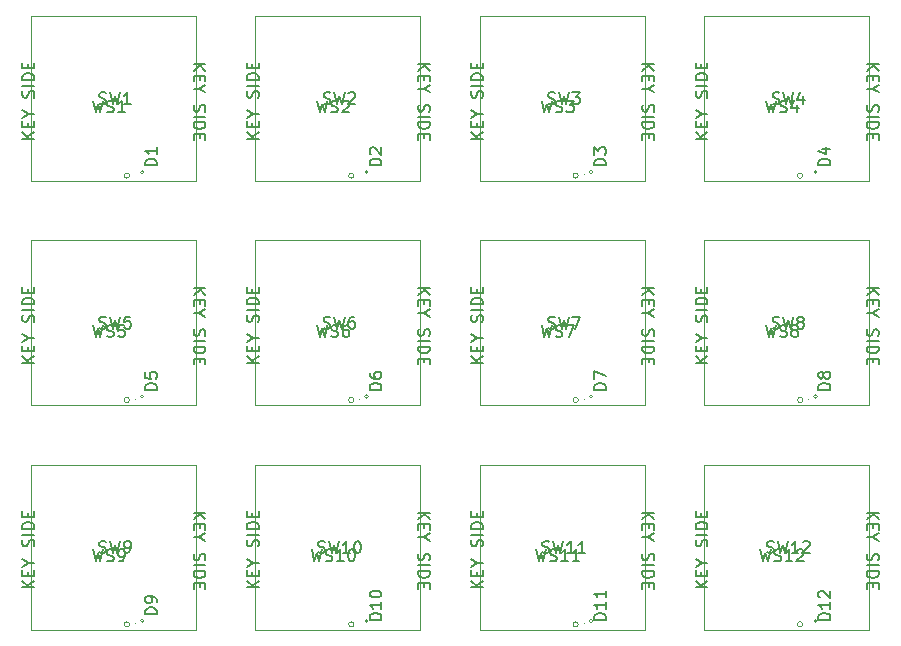
<source format=gbr>
%TF.GenerationSoftware,KiCad,Pcbnew,(5.1.9-0-10_14)*%
%TF.CreationDate,2021-09-25T06:11:46-07:00*%
%TF.ProjectId,MX-KEY-SWITCH-BOARD,4d582d4b-4559-42d5-9357-495443482d42,rev?*%
%TF.SameCoordinates,Original*%
%TF.FileFunction,Legend,Top*%
%TF.FilePolarity,Positive*%
%FSLAX46Y46*%
G04 Gerber Fmt 4.6, Leading zero omitted, Abs format (unit mm)*
G04 Created by KiCad (PCBNEW (5.1.9-0-10_14)) date 2021-09-25 06:11:46*
%MOMM*%
%LPD*%
G01*
G04 APERTURE LIST*
%ADD10C,0.120000*%
%ADD11C,0.150000*%
%ADD12C,0.100000*%
G04 APERTURE END LIST*
D10*
X58423607Y-44500000D02*
G75*
G03*
X58423607Y-44500000I-223607J0D01*
G01*
X59641421Y-44200000D02*
G75*
G03*
X59641421Y-44200000I-141421J0D01*
G01*
X39423607Y-44500000D02*
G75*
G03*
X39423607Y-44500000I-223607J0D01*
G01*
X40641421Y-44200000D02*
G75*
G03*
X40641421Y-44200000I-141421J0D01*
G01*
X20423607Y-44500000D02*
G75*
G03*
X20423607Y-44500000I-223607J0D01*
G01*
X21641421Y-44200000D02*
G75*
G03*
X21641421Y-44200000I-141421J0D01*
G01*
X1423607Y-44500000D02*
G75*
G03*
X1423607Y-44500000I-223607J0D01*
G01*
X2641421Y-44200000D02*
G75*
G03*
X2641421Y-44200000I-141421J0D01*
G01*
X58423607Y-25500000D02*
G75*
G03*
X58423607Y-25500000I-223607J0D01*
G01*
X59641421Y-25200000D02*
G75*
G03*
X59641421Y-25200000I-141421J0D01*
G01*
X39423607Y-25500000D02*
G75*
G03*
X39423607Y-25500000I-223607J0D01*
G01*
X40641421Y-25200000D02*
G75*
G03*
X40641421Y-25200000I-141421J0D01*
G01*
X20423607Y-25500000D02*
G75*
G03*
X20423607Y-25500000I-223607J0D01*
G01*
X21641421Y-25200000D02*
G75*
G03*
X21641421Y-25200000I-141421J0D01*
G01*
X1423607Y-25500000D02*
G75*
G03*
X1423607Y-25500000I-223607J0D01*
G01*
X2641421Y-25200000D02*
G75*
G03*
X2641421Y-25200000I-141421J0D01*
G01*
X58423607Y-6500000D02*
G75*
G03*
X58423607Y-6500000I-223607J0D01*
G01*
X59641421Y-6200000D02*
G75*
G03*
X59641421Y-6200000I-141421J0D01*
G01*
X39423607Y-6500000D02*
G75*
G03*
X39423607Y-6500000I-223607J0D01*
G01*
X40641421Y-6200000D02*
G75*
G03*
X40641421Y-6200000I-141421J0D01*
G01*
X20423607Y-6500000D02*
G75*
G03*
X20423607Y-6500000I-223607J0D01*
G01*
X21641421Y-6200000D02*
G75*
G03*
X21641421Y-6200000I-141421J0D01*
G01*
D11*
X50352380Y-41365476D02*
X49352380Y-41365476D01*
X50352380Y-40794047D02*
X49780952Y-41222619D01*
X49352380Y-40794047D02*
X49923809Y-41365476D01*
X49828571Y-40365476D02*
X49828571Y-40032142D01*
X50352380Y-39889285D02*
X50352380Y-40365476D01*
X49352380Y-40365476D01*
X49352380Y-39889285D01*
X49876190Y-39270238D02*
X50352380Y-39270238D01*
X49352380Y-39603571D02*
X49876190Y-39270238D01*
X49352380Y-38936904D01*
X50304761Y-37889285D02*
X50352380Y-37746428D01*
X50352380Y-37508333D01*
X50304761Y-37413095D01*
X50257142Y-37365476D01*
X50161904Y-37317857D01*
X50066666Y-37317857D01*
X49971428Y-37365476D01*
X49923809Y-37413095D01*
X49876190Y-37508333D01*
X49828571Y-37698809D01*
X49780952Y-37794047D01*
X49733333Y-37841666D01*
X49638095Y-37889285D01*
X49542857Y-37889285D01*
X49447619Y-37841666D01*
X49400000Y-37794047D01*
X49352380Y-37698809D01*
X49352380Y-37460714D01*
X49400000Y-37317857D01*
X50352380Y-36889285D02*
X49352380Y-36889285D01*
X50352380Y-36413095D02*
X49352380Y-36413095D01*
X49352380Y-36175000D01*
X49400000Y-36032142D01*
X49495238Y-35936904D01*
X49590476Y-35889285D01*
X49780952Y-35841666D01*
X49923809Y-35841666D01*
X50114285Y-35889285D01*
X50209523Y-35936904D01*
X50304761Y-36032142D01*
X50352380Y-36175000D01*
X50352380Y-36413095D01*
X49828571Y-35413095D02*
X49828571Y-35079761D01*
X50352380Y-34936904D02*
X50352380Y-35413095D01*
X49352380Y-35413095D01*
X49352380Y-34936904D01*
X63847619Y-35034523D02*
X64847619Y-35034523D01*
X63847619Y-35605952D02*
X64419047Y-35177380D01*
X64847619Y-35605952D02*
X64276190Y-35034523D01*
X64371428Y-36034523D02*
X64371428Y-36367857D01*
X63847619Y-36510714D02*
X63847619Y-36034523D01*
X64847619Y-36034523D01*
X64847619Y-36510714D01*
X64323809Y-37129761D02*
X63847619Y-37129761D01*
X64847619Y-36796428D02*
X64323809Y-37129761D01*
X64847619Y-37463095D01*
X63895238Y-38510714D02*
X63847619Y-38653571D01*
X63847619Y-38891666D01*
X63895238Y-38986904D01*
X63942857Y-39034523D01*
X64038095Y-39082142D01*
X64133333Y-39082142D01*
X64228571Y-39034523D01*
X64276190Y-38986904D01*
X64323809Y-38891666D01*
X64371428Y-38701190D01*
X64419047Y-38605952D01*
X64466666Y-38558333D01*
X64561904Y-38510714D01*
X64657142Y-38510714D01*
X64752380Y-38558333D01*
X64800000Y-38605952D01*
X64847619Y-38701190D01*
X64847619Y-38939285D01*
X64800000Y-39082142D01*
X63847619Y-39510714D02*
X64847619Y-39510714D01*
X63847619Y-39986904D02*
X64847619Y-39986904D01*
X64847619Y-40225000D01*
X64800000Y-40367857D01*
X64704761Y-40463095D01*
X64609523Y-40510714D01*
X64419047Y-40558333D01*
X64276190Y-40558333D01*
X64085714Y-40510714D01*
X63990476Y-40463095D01*
X63895238Y-40367857D01*
X63847619Y-40225000D01*
X63847619Y-39986904D01*
X64371428Y-40986904D02*
X64371428Y-41320238D01*
X63847619Y-41463095D02*
X63847619Y-40986904D01*
X64847619Y-40986904D01*
X64847619Y-41463095D01*
X31352380Y-41365476D02*
X30352380Y-41365476D01*
X31352380Y-40794047D02*
X30780952Y-41222619D01*
X30352380Y-40794047D02*
X30923809Y-41365476D01*
X30828571Y-40365476D02*
X30828571Y-40032142D01*
X31352380Y-39889285D02*
X31352380Y-40365476D01*
X30352380Y-40365476D01*
X30352380Y-39889285D01*
X30876190Y-39270238D02*
X31352380Y-39270238D01*
X30352380Y-39603571D02*
X30876190Y-39270238D01*
X30352380Y-38936904D01*
X31304761Y-37889285D02*
X31352380Y-37746428D01*
X31352380Y-37508333D01*
X31304761Y-37413095D01*
X31257142Y-37365476D01*
X31161904Y-37317857D01*
X31066666Y-37317857D01*
X30971428Y-37365476D01*
X30923809Y-37413095D01*
X30876190Y-37508333D01*
X30828571Y-37698809D01*
X30780952Y-37794047D01*
X30733333Y-37841666D01*
X30638095Y-37889285D01*
X30542857Y-37889285D01*
X30447619Y-37841666D01*
X30400000Y-37794047D01*
X30352380Y-37698809D01*
X30352380Y-37460714D01*
X30400000Y-37317857D01*
X31352380Y-36889285D02*
X30352380Y-36889285D01*
X31352380Y-36413095D02*
X30352380Y-36413095D01*
X30352380Y-36175000D01*
X30400000Y-36032142D01*
X30495238Y-35936904D01*
X30590476Y-35889285D01*
X30780952Y-35841666D01*
X30923809Y-35841666D01*
X31114285Y-35889285D01*
X31209523Y-35936904D01*
X31304761Y-36032142D01*
X31352380Y-36175000D01*
X31352380Y-36413095D01*
X30828571Y-35413095D02*
X30828571Y-35079761D01*
X31352380Y-34936904D02*
X31352380Y-35413095D01*
X30352380Y-35413095D01*
X30352380Y-34936904D01*
X44847619Y-35034523D02*
X45847619Y-35034523D01*
X44847619Y-35605952D02*
X45419047Y-35177380D01*
X45847619Y-35605952D02*
X45276190Y-35034523D01*
X45371428Y-36034523D02*
X45371428Y-36367857D01*
X44847619Y-36510714D02*
X44847619Y-36034523D01*
X45847619Y-36034523D01*
X45847619Y-36510714D01*
X45323809Y-37129761D02*
X44847619Y-37129761D01*
X45847619Y-36796428D02*
X45323809Y-37129761D01*
X45847619Y-37463095D01*
X44895238Y-38510714D02*
X44847619Y-38653571D01*
X44847619Y-38891666D01*
X44895238Y-38986904D01*
X44942857Y-39034523D01*
X45038095Y-39082142D01*
X45133333Y-39082142D01*
X45228571Y-39034523D01*
X45276190Y-38986904D01*
X45323809Y-38891666D01*
X45371428Y-38701190D01*
X45419047Y-38605952D01*
X45466666Y-38558333D01*
X45561904Y-38510714D01*
X45657142Y-38510714D01*
X45752380Y-38558333D01*
X45800000Y-38605952D01*
X45847619Y-38701190D01*
X45847619Y-38939285D01*
X45800000Y-39082142D01*
X44847619Y-39510714D02*
X45847619Y-39510714D01*
X44847619Y-39986904D02*
X45847619Y-39986904D01*
X45847619Y-40225000D01*
X45800000Y-40367857D01*
X45704761Y-40463095D01*
X45609523Y-40510714D01*
X45419047Y-40558333D01*
X45276190Y-40558333D01*
X45085714Y-40510714D01*
X44990476Y-40463095D01*
X44895238Y-40367857D01*
X44847619Y-40225000D01*
X44847619Y-39986904D01*
X45371428Y-40986904D02*
X45371428Y-41320238D01*
X44847619Y-41463095D02*
X44847619Y-40986904D01*
X45847619Y-40986904D01*
X45847619Y-41463095D01*
X12352380Y-41365476D02*
X11352380Y-41365476D01*
X12352380Y-40794047D02*
X11780952Y-41222619D01*
X11352380Y-40794047D02*
X11923809Y-41365476D01*
X11828571Y-40365476D02*
X11828571Y-40032142D01*
X12352380Y-39889285D02*
X12352380Y-40365476D01*
X11352380Y-40365476D01*
X11352380Y-39889285D01*
X11876190Y-39270238D02*
X12352380Y-39270238D01*
X11352380Y-39603571D02*
X11876190Y-39270238D01*
X11352380Y-38936904D01*
X12304761Y-37889285D02*
X12352380Y-37746428D01*
X12352380Y-37508333D01*
X12304761Y-37413095D01*
X12257142Y-37365476D01*
X12161904Y-37317857D01*
X12066666Y-37317857D01*
X11971428Y-37365476D01*
X11923809Y-37413095D01*
X11876190Y-37508333D01*
X11828571Y-37698809D01*
X11780952Y-37794047D01*
X11733333Y-37841666D01*
X11638095Y-37889285D01*
X11542857Y-37889285D01*
X11447619Y-37841666D01*
X11400000Y-37794047D01*
X11352380Y-37698809D01*
X11352380Y-37460714D01*
X11400000Y-37317857D01*
X12352380Y-36889285D02*
X11352380Y-36889285D01*
X12352380Y-36413095D02*
X11352380Y-36413095D01*
X11352380Y-36175000D01*
X11400000Y-36032142D01*
X11495238Y-35936904D01*
X11590476Y-35889285D01*
X11780952Y-35841666D01*
X11923809Y-35841666D01*
X12114285Y-35889285D01*
X12209523Y-35936904D01*
X12304761Y-36032142D01*
X12352380Y-36175000D01*
X12352380Y-36413095D01*
X11828571Y-35413095D02*
X11828571Y-35079761D01*
X12352380Y-34936904D02*
X12352380Y-35413095D01*
X11352380Y-35413095D01*
X11352380Y-34936904D01*
X25847619Y-35034523D02*
X26847619Y-35034523D01*
X25847619Y-35605952D02*
X26419047Y-35177380D01*
X26847619Y-35605952D02*
X26276190Y-35034523D01*
X26371428Y-36034523D02*
X26371428Y-36367857D01*
X25847619Y-36510714D02*
X25847619Y-36034523D01*
X26847619Y-36034523D01*
X26847619Y-36510714D01*
X26323809Y-37129761D02*
X25847619Y-37129761D01*
X26847619Y-36796428D02*
X26323809Y-37129761D01*
X26847619Y-37463095D01*
X25895238Y-38510714D02*
X25847619Y-38653571D01*
X25847619Y-38891666D01*
X25895238Y-38986904D01*
X25942857Y-39034523D01*
X26038095Y-39082142D01*
X26133333Y-39082142D01*
X26228571Y-39034523D01*
X26276190Y-38986904D01*
X26323809Y-38891666D01*
X26371428Y-38701190D01*
X26419047Y-38605952D01*
X26466666Y-38558333D01*
X26561904Y-38510714D01*
X26657142Y-38510714D01*
X26752380Y-38558333D01*
X26800000Y-38605952D01*
X26847619Y-38701190D01*
X26847619Y-38939285D01*
X26800000Y-39082142D01*
X25847619Y-39510714D02*
X26847619Y-39510714D01*
X25847619Y-39986904D02*
X26847619Y-39986904D01*
X26847619Y-40225000D01*
X26800000Y-40367857D01*
X26704761Y-40463095D01*
X26609523Y-40510714D01*
X26419047Y-40558333D01*
X26276190Y-40558333D01*
X26085714Y-40510714D01*
X25990476Y-40463095D01*
X25895238Y-40367857D01*
X25847619Y-40225000D01*
X25847619Y-39986904D01*
X26371428Y-40986904D02*
X26371428Y-41320238D01*
X25847619Y-41463095D02*
X25847619Y-40986904D01*
X26847619Y-40986904D01*
X26847619Y-41463095D01*
X-6647619Y-41365476D02*
X-7647619Y-41365476D01*
X-6647619Y-40794047D02*
X-7219047Y-41222619D01*
X-7647619Y-40794047D02*
X-7076190Y-41365476D01*
X-7171428Y-40365476D02*
X-7171428Y-40032142D01*
X-6647619Y-39889285D02*
X-6647619Y-40365476D01*
X-7647619Y-40365476D01*
X-7647619Y-39889285D01*
X-7123809Y-39270238D02*
X-6647619Y-39270238D01*
X-7647619Y-39603571D02*
X-7123809Y-39270238D01*
X-7647619Y-38936904D01*
X-6695238Y-37889285D02*
X-6647619Y-37746428D01*
X-6647619Y-37508333D01*
X-6695238Y-37413095D01*
X-6742857Y-37365476D01*
X-6838095Y-37317857D01*
X-6933333Y-37317857D01*
X-7028571Y-37365476D01*
X-7076190Y-37413095D01*
X-7123809Y-37508333D01*
X-7171428Y-37698809D01*
X-7219047Y-37794047D01*
X-7266666Y-37841666D01*
X-7361904Y-37889285D01*
X-7457142Y-37889285D01*
X-7552380Y-37841666D01*
X-7600000Y-37794047D01*
X-7647619Y-37698809D01*
X-7647619Y-37460714D01*
X-7600000Y-37317857D01*
X-6647619Y-36889285D02*
X-7647619Y-36889285D01*
X-6647619Y-36413095D02*
X-7647619Y-36413095D01*
X-7647619Y-36175000D01*
X-7600000Y-36032142D01*
X-7504761Y-35936904D01*
X-7409523Y-35889285D01*
X-7219047Y-35841666D01*
X-7076190Y-35841666D01*
X-6885714Y-35889285D01*
X-6790476Y-35936904D01*
X-6695238Y-36032142D01*
X-6647619Y-36175000D01*
X-6647619Y-36413095D01*
X-7171428Y-35413095D02*
X-7171428Y-35079761D01*
X-6647619Y-34936904D02*
X-6647619Y-35413095D01*
X-7647619Y-35413095D01*
X-7647619Y-34936904D01*
X6847619Y-35034523D02*
X7847619Y-35034523D01*
X6847619Y-35605952D02*
X7419047Y-35177380D01*
X7847619Y-35605952D02*
X7276190Y-35034523D01*
X7371428Y-36034523D02*
X7371428Y-36367857D01*
X6847619Y-36510714D02*
X6847619Y-36034523D01*
X7847619Y-36034523D01*
X7847619Y-36510714D01*
X7323809Y-37129761D02*
X6847619Y-37129761D01*
X7847619Y-36796428D02*
X7323809Y-37129761D01*
X7847619Y-37463095D01*
X6895238Y-38510714D02*
X6847619Y-38653571D01*
X6847619Y-38891666D01*
X6895238Y-38986904D01*
X6942857Y-39034523D01*
X7038095Y-39082142D01*
X7133333Y-39082142D01*
X7228571Y-39034523D01*
X7276190Y-38986904D01*
X7323809Y-38891666D01*
X7371428Y-38701190D01*
X7419047Y-38605952D01*
X7466666Y-38558333D01*
X7561904Y-38510714D01*
X7657142Y-38510714D01*
X7752380Y-38558333D01*
X7800000Y-38605952D01*
X7847619Y-38701190D01*
X7847619Y-38939285D01*
X7800000Y-39082142D01*
X6847619Y-39510714D02*
X7847619Y-39510714D01*
X6847619Y-39986904D02*
X7847619Y-39986904D01*
X7847619Y-40225000D01*
X7800000Y-40367857D01*
X7704761Y-40463095D01*
X7609523Y-40510714D01*
X7419047Y-40558333D01*
X7276190Y-40558333D01*
X7085714Y-40510714D01*
X6990476Y-40463095D01*
X6895238Y-40367857D01*
X6847619Y-40225000D01*
X6847619Y-39986904D01*
X7371428Y-40986904D02*
X7371428Y-41320238D01*
X6847619Y-41463095D02*
X6847619Y-40986904D01*
X7847619Y-40986904D01*
X7847619Y-41463095D01*
X50352380Y-22365476D02*
X49352380Y-22365476D01*
X50352380Y-21794047D02*
X49780952Y-22222619D01*
X49352380Y-21794047D02*
X49923809Y-22365476D01*
X49828571Y-21365476D02*
X49828571Y-21032142D01*
X50352380Y-20889285D02*
X50352380Y-21365476D01*
X49352380Y-21365476D01*
X49352380Y-20889285D01*
X49876190Y-20270238D02*
X50352380Y-20270238D01*
X49352380Y-20603571D02*
X49876190Y-20270238D01*
X49352380Y-19936904D01*
X50304761Y-18889285D02*
X50352380Y-18746428D01*
X50352380Y-18508333D01*
X50304761Y-18413095D01*
X50257142Y-18365476D01*
X50161904Y-18317857D01*
X50066666Y-18317857D01*
X49971428Y-18365476D01*
X49923809Y-18413095D01*
X49876190Y-18508333D01*
X49828571Y-18698809D01*
X49780952Y-18794047D01*
X49733333Y-18841666D01*
X49638095Y-18889285D01*
X49542857Y-18889285D01*
X49447619Y-18841666D01*
X49400000Y-18794047D01*
X49352380Y-18698809D01*
X49352380Y-18460714D01*
X49400000Y-18317857D01*
X50352380Y-17889285D02*
X49352380Y-17889285D01*
X50352380Y-17413095D02*
X49352380Y-17413095D01*
X49352380Y-17175000D01*
X49400000Y-17032142D01*
X49495238Y-16936904D01*
X49590476Y-16889285D01*
X49780952Y-16841666D01*
X49923809Y-16841666D01*
X50114285Y-16889285D01*
X50209523Y-16936904D01*
X50304761Y-17032142D01*
X50352380Y-17175000D01*
X50352380Y-17413095D01*
X49828571Y-16413095D02*
X49828571Y-16079761D01*
X50352380Y-15936904D02*
X50352380Y-16413095D01*
X49352380Y-16413095D01*
X49352380Y-15936904D01*
X63847619Y-16034523D02*
X64847619Y-16034523D01*
X63847619Y-16605952D02*
X64419047Y-16177380D01*
X64847619Y-16605952D02*
X64276190Y-16034523D01*
X64371428Y-17034523D02*
X64371428Y-17367857D01*
X63847619Y-17510714D02*
X63847619Y-17034523D01*
X64847619Y-17034523D01*
X64847619Y-17510714D01*
X64323809Y-18129761D02*
X63847619Y-18129761D01*
X64847619Y-17796428D02*
X64323809Y-18129761D01*
X64847619Y-18463095D01*
X63895238Y-19510714D02*
X63847619Y-19653571D01*
X63847619Y-19891666D01*
X63895238Y-19986904D01*
X63942857Y-20034523D01*
X64038095Y-20082142D01*
X64133333Y-20082142D01*
X64228571Y-20034523D01*
X64276190Y-19986904D01*
X64323809Y-19891666D01*
X64371428Y-19701190D01*
X64419047Y-19605952D01*
X64466666Y-19558333D01*
X64561904Y-19510714D01*
X64657142Y-19510714D01*
X64752380Y-19558333D01*
X64800000Y-19605952D01*
X64847619Y-19701190D01*
X64847619Y-19939285D01*
X64800000Y-20082142D01*
X63847619Y-20510714D02*
X64847619Y-20510714D01*
X63847619Y-20986904D02*
X64847619Y-20986904D01*
X64847619Y-21225000D01*
X64800000Y-21367857D01*
X64704761Y-21463095D01*
X64609523Y-21510714D01*
X64419047Y-21558333D01*
X64276190Y-21558333D01*
X64085714Y-21510714D01*
X63990476Y-21463095D01*
X63895238Y-21367857D01*
X63847619Y-21225000D01*
X63847619Y-20986904D01*
X64371428Y-21986904D02*
X64371428Y-22320238D01*
X63847619Y-22463095D02*
X63847619Y-21986904D01*
X64847619Y-21986904D01*
X64847619Y-22463095D01*
X31352380Y-22365476D02*
X30352380Y-22365476D01*
X31352380Y-21794047D02*
X30780952Y-22222619D01*
X30352380Y-21794047D02*
X30923809Y-22365476D01*
X30828571Y-21365476D02*
X30828571Y-21032142D01*
X31352380Y-20889285D02*
X31352380Y-21365476D01*
X30352380Y-21365476D01*
X30352380Y-20889285D01*
X30876190Y-20270238D02*
X31352380Y-20270238D01*
X30352380Y-20603571D02*
X30876190Y-20270238D01*
X30352380Y-19936904D01*
X31304761Y-18889285D02*
X31352380Y-18746428D01*
X31352380Y-18508333D01*
X31304761Y-18413095D01*
X31257142Y-18365476D01*
X31161904Y-18317857D01*
X31066666Y-18317857D01*
X30971428Y-18365476D01*
X30923809Y-18413095D01*
X30876190Y-18508333D01*
X30828571Y-18698809D01*
X30780952Y-18794047D01*
X30733333Y-18841666D01*
X30638095Y-18889285D01*
X30542857Y-18889285D01*
X30447619Y-18841666D01*
X30400000Y-18794047D01*
X30352380Y-18698809D01*
X30352380Y-18460714D01*
X30400000Y-18317857D01*
X31352380Y-17889285D02*
X30352380Y-17889285D01*
X31352380Y-17413095D02*
X30352380Y-17413095D01*
X30352380Y-17175000D01*
X30400000Y-17032142D01*
X30495238Y-16936904D01*
X30590476Y-16889285D01*
X30780952Y-16841666D01*
X30923809Y-16841666D01*
X31114285Y-16889285D01*
X31209523Y-16936904D01*
X31304761Y-17032142D01*
X31352380Y-17175000D01*
X31352380Y-17413095D01*
X30828571Y-16413095D02*
X30828571Y-16079761D01*
X31352380Y-15936904D02*
X31352380Y-16413095D01*
X30352380Y-16413095D01*
X30352380Y-15936904D01*
X44847619Y-16034523D02*
X45847619Y-16034523D01*
X44847619Y-16605952D02*
X45419047Y-16177380D01*
X45847619Y-16605952D02*
X45276190Y-16034523D01*
X45371428Y-17034523D02*
X45371428Y-17367857D01*
X44847619Y-17510714D02*
X44847619Y-17034523D01*
X45847619Y-17034523D01*
X45847619Y-17510714D01*
X45323809Y-18129761D02*
X44847619Y-18129761D01*
X45847619Y-17796428D02*
X45323809Y-18129761D01*
X45847619Y-18463095D01*
X44895238Y-19510714D02*
X44847619Y-19653571D01*
X44847619Y-19891666D01*
X44895238Y-19986904D01*
X44942857Y-20034523D01*
X45038095Y-20082142D01*
X45133333Y-20082142D01*
X45228571Y-20034523D01*
X45276190Y-19986904D01*
X45323809Y-19891666D01*
X45371428Y-19701190D01*
X45419047Y-19605952D01*
X45466666Y-19558333D01*
X45561904Y-19510714D01*
X45657142Y-19510714D01*
X45752380Y-19558333D01*
X45800000Y-19605952D01*
X45847619Y-19701190D01*
X45847619Y-19939285D01*
X45800000Y-20082142D01*
X44847619Y-20510714D02*
X45847619Y-20510714D01*
X44847619Y-20986904D02*
X45847619Y-20986904D01*
X45847619Y-21225000D01*
X45800000Y-21367857D01*
X45704761Y-21463095D01*
X45609523Y-21510714D01*
X45419047Y-21558333D01*
X45276190Y-21558333D01*
X45085714Y-21510714D01*
X44990476Y-21463095D01*
X44895238Y-21367857D01*
X44847619Y-21225000D01*
X44847619Y-20986904D01*
X45371428Y-21986904D02*
X45371428Y-22320238D01*
X44847619Y-22463095D02*
X44847619Y-21986904D01*
X45847619Y-21986904D01*
X45847619Y-22463095D01*
X12352380Y-22365476D02*
X11352380Y-22365476D01*
X12352380Y-21794047D02*
X11780952Y-22222619D01*
X11352380Y-21794047D02*
X11923809Y-22365476D01*
X11828571Y-21365476D02*
X11828571Y-21032142D01*
X12352380Y-20889285D02*
X12352380Y-21365476D01*
X11352380Y-21365476D01*
X11352380Y-20889285D01*
X11876190Y-20270238D02*
X12352380Y-20270238D01*
X11352380Y-20603571D02*
X11876190Y-20270238D01*
X11352380Y-19936904D01*
X12304761Y-18889285D02*
X12352380Y-18746428D01*
X12352380Y-18508333D01*
X12304761Y-18413095D01*
X12257142Y-18365476D01*
X12161904Y-18317857D01*
X12066666Y-18317857D01*
X11971428Y-18365476D01*
X11923809Y-18413095D01*
X11876190Y-18508333D01*
X11828571Y-18698809D01*
X11780952Y-18794047D01*
X11733333Y-18841666D01*
X11638095Y-18889285D01*
X11542857Y-18889285D01*
X11447619Y-18841666D01*
X11400000Y-18794047D01*
X11352380Y-18698809D01*
X11352380Y-18460714D01*
X11400000Y-18317857D01*
X12352380Y-17889285D02*
X11352380Y-17889285D01*
X12352380Y-17413095D02*
X11352380Y-17413095D01*
X11352380Y-17175000D01*
X11400000Y-17032142D01*
X11495238Y-16936904D01*
X11590476Y-16889285D01*
X11780952Y-16841666D01*
X11923809Y-16841666D01*
X12114285Y-16889285D01*
X12209523Y-16936904D01*
X12304761Y-17032142D01*
X12352380Y-17175000D01*
X12352380Y-17413095D01*
X11828571Y-16413095D02*
X11828571Y-16079761D01*
X12352380Y-15936904D02*
X12352380Y-16413095D01*
X11352380Y-16413095D01*
X11352380Y-15936904D01*
X25847619Y-16034523D02*
X26847619Y-16034523D01*
X25847619Y-16605952D02*
X26419047Y-16177380D01*
X26847619Y-16605952D02*
X26276190Y-16034523D01*
X26371428Y-17034523D02*
X26371428Y-17367857D01*
X25847619Y-17510714D02*
X25847619Y-17034523D01*
X26847619Y-17034523D01*
X26847619Y-17510714D01*
X26323809Y-18129761D02*
X25847619Y-18129761D01*
X26847619Y-17796428D02*
X26323809Y-18129761D01*
X26847619Y-18463095D01*
X25895238Y-19510714D02*
X25847619Y-19653571D01*
X25847619Y-19891666D01*
X25895238Y-19986904D01*
X25942857Y-20034523D01*
X26038095Y-20082142D01*
X26133333Y-20082142D01*
X26228571Y-20034523D01*
X26276190Y-19986904D01*
X26323809Y-19891666D01*
X26371428Y-19701190D01*
X26419047Y-19605952D01*
X26466666Y-19558333D01*
X26561904Y-19510714D01*
X26657142Y-19510714D01*
X26752380Y-19558333D01*
X26800000Y-19605952D01*
X26847619Y-19701190D01*
X26847619Y-19939285D01*
X26800000Y-20082142D01*
X25847619Y-20510714D02*
X26847619Y-20510714D01*
X25847619Y-20986904D02*
X26847619Y-20986904D01*
X26847619Y-21225000D01*
X26800000Y-21367857D01*
X26704761Y-21463095D01*
X26609523Y-21510714D01*
X26419047Y-21558333D01*
X26276190Y-21558333D01*
X26085714Y-21510714D01*
X25990476Y-21463095D01*
X25895238Y-21367857D01*
X25847619Y-21225000D01*
X25847619Y-20986904D01*
X26371428Y-21986904D02*
X26371428Y-22320238D01*
X25847619Y-22463095D02*
X25847619Y-21986904D01*
X26847619Y-21986904D01*
X26847619Y-22463095D01*
X-6647619Y-22365476D02*
X-7647619Y-22365476D01*
X-6647619Y-21794047D02*
X-7219047Y-22222619D01*
X-7647619Y-21794047D02*
X-7076190Y-22365476D01*
X-7171428Y-21365476D02*
X-7171428Y-21032142D01*
X-6647619Y-20889285D02*
X-6647619Y-21365476D01*
X-7647619Y-21365476D01*
X-7647619Y-20889285D01*
X-7123809Y-20270238D02*
X-6647619Y-20270238D01*
X-7647619Y-20603571D02*
X-7123809Y-20270238D01*
X-7647619Y-19936904D01*
X-6695238Y-18889285D02*
X-6647619Y-18746428D01*
X-6647619Y-18508333D01*
X-6695238Y-18413095D01*
X-6742857Y-18365476D01*
X-6838095Y-18317857D01*
X-6933333Y-18317857D01*
X-7028571Y-18365476D01*
X-7076190Y-18413095D01*
X-7123809Y-18508333D01*
X-7171428Y-18698809D01*
X-7219047Y-18794047D01*
X-7266666Y-18841666D01*
X-7361904Y-18889285D01*
X-7457142Y-18889285D01*
X-7552380Y-18841666D01*
X-7600000Y-18794047D01*
X-7647619Y-18698809D01*
X-7647619Y-18460714D01*
X-7600000Y-18317857D01*
X-6647619Y-17889285D02*
X-7647619Y-17889285D01*
X-6647619Y-17413095D02*
X-7647619Y-17413095D01*
X-7647619Y-17175000D01*
X-7600000Y-17032142D01*
X-7504761Y-16936904D01*
X-7409523Y-16889285D01*
X-7219047Y-16841666D01*
X-7076190Y-16841666D01*
X-6885714Y-16889285D01*
X-6790476Y-16936904D01*
X-6695238Y-17032142D01*
X-6647619Y-17175000D01*
X-6647619Y-17413095D01*
X-7171428Y-16413095D02*
X-7171428Y-16079761D01*
X-6647619Y-15936904D02*
X-6647619Y-16413095D01*
X-7647619Y-16413095D01*
X-7647619Y-15936904D01*
X6847619Y-16034523D02*
X7847619Y-16034523D01*
X6847619Y-16605952D02*
X7419047Y-16177380D01*
X7847619Y-16605952D02*
X7276190Y-16034523D01*
X7371428Y-17034523D02*
X7371428Y-17367857D01*
X6847619Y-17510714D02*
X6847619Y-17034523D01*
X7847619Y-17034523D01*
X7847619Y-17510714D01*
X7323809Y-18129761D02*
X6847619Y-18129761D01*
X7847619Y-17796428D02*
X7323809Y-18129761D01*
X7847619Y-18463095D01*
X6895238Y-19510714D02*
X6847619Y-19653571D01*
X6847619Y-19891666D01*
X6895238Y-19986904D01*
X6942857Y-20034523D01*
X7038095Y-20082142D01*
X7133333Y-20082142D01*
X7228571Y-20034523D01*
X7276190Y-19986904D01*
X7323809Y-19891666D01*
X7371428Y-19701190D01*
X7419047Y-19605952D01*
X7466666Y-19558333D01*
X7561904Y-19510714D01*
X7657142Y-19510714D01*
X7752380Y-19558333D01*
X7800000Y-19605952D01*
X7847619Y-19701190D01*
X7847619Y-19939285D01*
X7800000Y-20082142D01*
X6847619Y-20510714D02*
X7847619Y-20510714D01*
X6847619Y-20986904D02*
X7847619Y-20986904D01*
X7847619Y-21225000D01*
X7800000Y-21367857D01*
X7704761Y-21463095D01*
X7609523Y-21510714D01*
X7419047Y-21558333D01*
X7276190Y-21558333D01*
X7085714Y-21510714D01*
X6990476Y-21463095D01*
X6895238Y-21367857D01*
X6847619Y-21225000D01*
X6847619Y-20986904D01*
X7371428Y-21986904D02*
X7371428Y-22320238D01*
X6847619Y-22463095D02*
X6847619Y-21986904D01*
X7847619Y-21986904D01*
X7847619Y-22463095D01*
X50352380Y-3365476D02*
X49352380Y-3365476D01*
X50352380Y-2794047D02*
X49780952Y-3222619D01*
X49352380Y-2794047D02*
X49923809Y-3365476D01*
X49828571Y-2365476D02*
X49828571Y-2032142D01*
X50352380Y-1889285D02*
X50352380Y-2365476D01*
X49352380Y-2365476D01*
X49352380Y-1889285D01*
X49876190Y-1270238D02*
X50352380Y-1270238D01*
X49352380Y-1603571D02*
X49876190Y-1270238D01*
X49352380Y-936904D01*
X50304761Y110714D02*
X50352380Y253571D01*
X50352380Y491666D01*
X50304761Y586904D01*
X50257142Y634523D01*
X50161904Y682142D01*
X50066666Y682142D01*
X49971428Y634523D01*
X49923809Y586904D01*
X49876190Y491666D01*
X49828571Y301190D01*
X49780952Y205952D01*
X49733333Y158333D01*
X49638095Y110714D01*
X49542857Y110714D01*
X49447619Y158333D01*
X49400000Y205952D01*
X49352380Y301190D01*
X49352380Y539285D01*
X49400000Y682142D01*
X50352380Y1110714D02*
X49352380Y1110714D01*
X50352380Y1586904D02*
X49352380Y1586904D01*
X49352380Y1825000D01*
X49400000Y1967857D01*
X49495238Y2063095D01*
X49590476Y2110714D01*
X49780952Y2158333D01*
X49923809Y2158333D01*
X50114285Y2110714D01*
X50209523Y2063095D01*
X50304761Y1967857D01*
X50352380Y1825000D01*
X50352380Y1586904D01*
X49828571Y2586904D02*
X49828571Y2920238D01*
X50352380Y3063095D02*
X50352380Y2586904D01*
X49352380Y2586904D01*
X49352380Y3063095D01*
X63847619Y2965476D02*
X64847619Y2965476D01*
X63847619Y2394047D02*
X64419047Y2822619D01*
X64847619Y2394047D02*
X64276190Y2965476D01*
X64371428Y1965476D02*
X64371428Y1632142D01*
X63847619Y1489285D02*
X63847619Y1965476D01*
X64847619Y1965476D01*
X64847619Y1489285D01*
X64323809Y870238D02*
X63847619Y870238D01*
X64847619Y1203571D02*
X64323809Y870238D01*
X64847619Y536904D01*
X63895238Y-510714D02*
X63847619Y-653571D01*
X63847619Y-891666D01*
X63895238Y-986904D01*
X63942857Y-1034523D01*
X64038095Y-1082142D01*
X64133333Y-1082142D01*
X64228571Y-1034523D01*
X64276190Y-986904D01*
X64323809Y-891666D01*
X64371428Y-701190D01*
X64419047Y-605952D01*
X64466666Y-558333D01*
X64561904Y-510714D01*
X64657142Y-510714D01*
X64752380Y-558333D01*
X64800000Y-605952D01*
X64847619Y-701190D01*
X64847619Y-939285D01*
X64800000Y-1082142D01*
X63847619Y-1510714D02*
X64847619Y-1510714D01*
X63847619Y-1986904D02*
X64847619Y-1986904D01*
X64847619Y-2225000D01*
X64800000Y-2367857D01*
X64704761Y-2463095D01*
X64609523Y-2510714D01*
X64419047Y-2558333D01*
X64276190Y-2558333D01*
X64085714Y-2510714D01*
X63990476Y-2463095D01*
X63895238Y-2367857D01*
X63847619Y-2225000D01*
X63847619Y-1986904D01*
X64371428Y-2986904D02*
X64371428Y-3320238D01*
X63847619Y-3463095D02*
X63847619Y-2986904D01*
X64847619Y-2986904D01*
X64847619Y-3463095D01*
X31352380Y-3365476D02*
X30352380Y-3365476D01*
X31352380Y-2794047D02*
X30780952Y-3222619D01*
X30352380Y-2794047D02*
X30923809Y-3365476D01*
X30828571Y-2365476D02*
X30828571Y-2032142D01*
X31352380Y-1889285D02*
X31352380Y-2365476D01*
X30352380Y-2365476D01*
X30352380Y-1889285D01*
X30876190Y-1270238D02*
X31352380Y-1270238D01*
X30352380Y-1603571D02*
X30876190Y-1270238D01*
X30352380Y-936904D01*
X31304761Y110714D02*
X31352380Y253571D01*
X31352380Y491666D01*
X31304761Y586904D01*
X31257142Y634523D01*
X31161904Y682142D01*
X31066666Y682142D01*
X30971428Y634523D01*
X30923809Y586904D01*
X30876190Y491666D01*
X30828571Y301190D01*
X30780952Y205952D01*
X30733333Y158333D01*
X30638095Y110714D01*
X30542857Y110714D01*
X30447619Y158333D01*
X30400000Y205952D01*
X30352380Y301190D01*
X30352380Y539285D01*
X30400000Y682142D01*
X31352380Y1110714D02*
X30352380Y1110714D01*
X31352380Y1586904D02*
X30352380Y1586904D01*
X30352380Y1825000D01*
X30400000Y1967857D01*
X30495238Y2063095D01*
X30590476Y2110714D01*
X30780952Y2158333D01*
X30923809Y2158333D01*
X31114285Y2110714D01*
X31209523Y2063095D01*
X31304761Y1967857D01*
X31352380Y1825000D01*
X31352380Y1586904D01*
X30828571Y2586904D02*
X30828571Y2920238D01*
X31352380Y3063095D02*
X31352380Y2586904D01*
X30352380Y2586904D01*
X30352380Y3063095D01*
X44847619Y2965476D02*
X45847619Y2965476D01*
X44847619Y2394047D02*
X45419047Y2822619D01*
X45847619Y2394047D02*
X45276190Y2965476D01*
X45371428Y1965476D02*
X45371428Y1632142D01*
X44847619Y1489285D02*
X44847619Y1965476D01*
X45847619Y1965476D01*
X45847619Y1489285D01*
X45323809Y870238D02*
X44847619Y870238D01*
X45847619Y1203571D02*
X45323809Y870238D01*
X45847619Y536904D01*
X44895238Y-510714D02*
X44847619Y-653571D01*
X44847619Y-891666D01*
X44895238Y-986904D01*
X44942857Y-1034523D01*
X45038095Y-1082142D01*
X45133333Y-1082142D01*
X45228571Y-1034523D01*
X45276190Y-986904D01*
X45323809Y-891666D01*
X45371428Y-701190D01*
X45419047Y-605952D01*
X45466666Y-558333D01*
X45561904Y-510714D01*
X45657142Y-510714D01*
X45752380Y-558333D01*
X45800000Y-605952D01*
X45847619Y-701190D01*
X45847619Y-939285D01*
X45800000Y-1082142D01*
X44847619Y-1510714D02*
X45847619Y-1510714D01*
X44847619Y-1986904D02*
X45847619Y-1986904D01*
X45847619Y-2225000D01*
X45800000Y-2367857D01*
X45704761Y-2463095D01*
X45609523Y-2510714D01*
X45419047Y-2558333D01*
X45276190Y-2558333D01*
X45085714Y-2510714D01*
X44990476Y-2463095D01*
X44895238Y-2367857D01*
X44847619Y-2225000D01*
X44847619Y-1986904D01*
X45371428Y-2986904D02*
X45371428Y-3320238D01*
X44847619Y-3463095D02*
X44847619Y-2986904D01*
X45847619Y-2986904D01*
X45847619Y-3463095D01*
X12352380Y-3365476D02*
X11352380Y-3365476D01*
X12352380Y-2794047D02*
X11780952Y-3222619D01*
X11352380Y-2794047D02*
X11923809Y-3365476D01*
X11828571Y-2365476D02*
X11828571Y-2032142D01*
X12352380Y-1889285D02*
X12352380Y-2365476D01*
X11352380Y-2365476D01*
X11352380Y-1889285D01*
X11876190Y-1270238D02*
X12352380Y-1270238D01*
X11352380Y-1603571D02*
X11876190Y-1270238D01*
X11352380Y-936904D01*
X12304761Y110714D02*
X12352380Y253571D01*
X12352380Y491666D01*
X12304761Y586904D01*
X12257142Y634523D01*
X12161904Y682142D01*
X12066666Y682142D01*
X11971428Y634523D01*
X11923809Y586904D01*
X11876190Y491666D01*
X11828571Y301190D01*
X11780952Y205952D01*
X11733333Y158333D01*
X11638095Y110714D01*
X11542857Y110714D01*
X11447619Y158333D01*
X11400000Y205952D01*
X11352380Y301190D01*
X11352380Y539285D01*
X11400000Y682142D01*
X12352380Y1110714D02*
X11352380Y1110714D01*
X12352380Y1586904D02*
X11352380Y1586904D01*
X11352380Y1824999D01*
X11400000Y1967857D01*
X11495238Y2063095D01*
X11590476Y2110714D01*
X11780952Y2158333D01*
X11923809Y2158333D01*
X12114285Y2110714D01*
X12209523Y2063095D01*
X12304761Y1967857D01*
X12352380Y1824999D01*
X12352380Y1586904D01*
X11828571Y2586904D02*
X11828571Y2920238D01*
X12352380Y3063095D02*
X12352380Y2586904D01*
X11352380Y2586904D01*
X11352380Y3063095D01*
X25847619Y2965476D02*
X26847619Y2965476D01*
X25847619Y2394047D02*
X26419047Y2822619D01*
X26847619Y2394047D02*
X26276190Y2965476D01*
X26371428Y1965476D02*
X26371428Y1632142D01*
X25847619Y1489285D02*
X25847619Y1965476D01*
X26847619Y1965476D01*
X26847619Y1489285D01*
X26323809Y870238D02*
X25847619Y870238D01*
X26847619Y1203571D02*
X26323809Y870238D01*
X26847619Y536904D01*
X25895238Y-510714D02*
X25847619Y-653571D01*
X25847619Y-891666D01*
X25895238Y-986904D01*
X25942857Y-1034523D01*
X26038095Y-1082142D01*
X26133333Y-1082142D01*
X26228571Y-1034523D01*
X26276190Y-986904D01*
X26323809Y-891666D01*
X26371428Y-701190D01*
X26419047Y-605952D01*
X26466666Y-558333D01*
X26561904Y-510714D01*
X26657142Y-510714D01*
X26752380Y-558333D01*
X26800000Y-605952D01*
X26847619Y-701190D01*
X26847619Y-939285D01*
X26800000Y-1082142D01*
X25847619Y-1510714D02*
X26847619Y-1510714D01*
X25847619Y-1986904D02*
X26847619Y-1986904D01*
X26847619Y-2225000D01*
X26800000Y-2367857D01*
X26704761Y-2463095D01*
X26609523Y-2510714D01*
X26419047Y-2558333D01*
X26276190Y-2558333D01*
X26085714Y-2510714D01*
X25990476Y-2463095D01*
X25895238Y-2367857D01*
X25847619Y-2225000D01*
X25847619Y-1986904D01*
X26371428Y-2986904D02*
X26371428Y-3320238D01*
X25847619Y-3463095D02*
X25847619Y-2986904D01*
X26847619Y-2986904D01*
X26847619Y-3463095D01*
D10*
X2641421Y-6200000D02*
G75*
G03*
X2641421Y-6200000I-141421J0D01*
G01*
X1423607Y-6500000D02*
G75*
G03*
X1423607Y-6500000I-223607J0D01*
G01*
D11*
X6847619Y2965476D02*
X7847619Y2965476D01*
X6847619Y2394047D02*
X7419047Y2822619D01*
X7847619Y2394047D02*
X7276190Y2965476D01*
X7371428Y1965476D02*
X7371428Y1632142D01*
X6847619Y1489285D02*
X6847619Y1965476D01*
X7847619Y1965476D01*
X7847619Y1489285D01*
X7323809Y870238D02*
X6847619Y870238D01*
X7847619Y1203571D02*
X7323809Y870238D01*
X7847619Y536904D01*
X6895238Y-510714D02*
X6847619Y-653571D01*
X6847619Y-891666D01*
X6895238Y-986904D01*
X6942857Y-1034523D01*
X7038095Y-1082142D01*
X7133333Y-1082142D01*
X7228571Y-1034523D01*
X7276190Y-986904D01*
X7323809Y-891666D01*
X7371428Y-701190D01*
X7419047Y-605952D01*
X7466666Y-558333D01*
X7561904Y-510714D01*
X7657142Y-510714D01*
X7752380Y-558333D01*
X7800000Y-605952D01*
X7847619Y-701190D01*
X7847619Y-939285D01*
X7800000Y-1082142D01*
X6847619Y-1510714D02*
X7847619Y-1510714D01*
X6847619Y-1986904D02*
X7847619Y-1986904D01*
X7847619Y-2224999D01*
X7800000Y-2367857D01*
X7704761Y-2463095D01*
X7609523Y-2510714D01*
X7419047Y-2558333D01*
X7276190Y-2558333D01*
X7085714Y-2510714D01*
X6990476Y-2463095D01*
X6895238Y-2367857D01*
X6847619Y-2224999D01*
X6847619Y-1986904D01*
X7371428Y-2986904D02*
X7371428Y-3320238D01*
X6847619Y-3463095D02*
X6847619Y-2986904D01*
X7847619Y-2986904D01*
X7847619Y-3463095D01*
X-6647619Y-3365476D02*
X-7647619Y-3365476D01*
X-6647619Y-2794047D02*
X-7219047Y-3222619D01*
X-7647619Y-2794047D02*
X-7076190Y-3365476D01*
X-7171428Y-2365476D02*
X-7171428Y-2032142D01*
X-6647619Y-1889285D02*
X-6647619Y-2365476D01*
X-7647619Y-2365476D01*
X-7647619Y-1889285D01*
X-7123809Y-1270238D02*
X-6647619Y-1270238D01*
X-7647619Y-1603571D02*
X-7123809Y-1270238D01*
X-7647619Y-936904D01*
X-6695238Y110714D02*
X-6647619Y253571D01*
X-6647619Y491666D01*
X-6695238Y586904D01*
X-6742857Y634523D01*
X-6838095Y682142D01*
X-6933333Y682142D01*
X-7028571Y634523D01*
X-7076190Y586904D01*
X-7123809Y491666D01*
X-7171428Y301190D01*
X-7219047Y205952D01*
X-7266666Y158333D01*
X-7361904Y110714D01*
X-7457142Y110714D01*
X-7552380Y158333D01*
X-7600000Y205952D01*
X-7647619Y301190D01*
X-7647619Y539285D01*
X-7600000Y682142D01*
X-6647619Y1110714D02*
X-7647619Y1110714D01*
X-6647619Y1586904D02*
X-7647619Y1586904D01*
X-7647619Y1824999D01*
X-7600000Y1967857D01*
X-7504761Y2063095D01*
X-7409523Y2110714D01*
X-7219047Y2158333D01*
X-7076190Y2158333D01*
X-6885714Y2110714D01*
X-6790476Y2063095D01*
X-6695238Y1967857D01*
X-6647619Y1824999D01*
X-6647619Y1586904D01*
X-7171428Y2586904D02*
X-7171428Y2920238D01*
X-6647619Y3063095D02*
X-6647619Y2586904D01*
X-7647619Y2586904D01*
X-7647619Y3063095D01*
D10*
%TO.C,SW12*%
X50075000Y-30995000D02*
X64045000Y-30995000D01*
X64045000Y-30995000D02*
X64045000Y-44965000D01*
X64045000Y-44965000D02*
X50075000Y-44965000D01*
X50075000Y-44965000D02*
X50075000Y-30995000D01*
%TO.C,SW11*%
X31075000Y-30995000D02*
X45045000Y-30995000D01*
X45045000Y-30995000D02*
X45045000Y-44965000D01*
X45045000Y-44965000D02*
X31075000Y-44965000D01*
X31075000Y-44965000D02*
X31075000Y-30995000D01*
%TO.C,SW10*%
X12075000Y-30995000D02*
X26045000Y-30995000D01*
X26045000Y-30995000D02*
X26045000Y-44965000D01*
X26045000Y-44965000D02*
X12075000Y-44965000D01*
X12075000Y-44965000D02*
X12075000Y-30995000D01*
%TO.C,SW9*%
X-6925000Y-30995000D02*
X7045000Y-30995000D01*
X7045000Y-30995000D02*
X7045000Y-44965000D01*
X7045000Y-44965000D02*
X-6925000Y-44965000D01*
X-6925000Y-44965000D02*
X-6925000Y-30995000D01*
%TO.C,SW8*%
X50075000Y-11995000D02*
X64045000Y-11995000D01*
X64045000Y-11995000D02*
X64045000Y-25965000D01*
X64045000Y-25965000D02*
X50075000Y-25965000D01*
X50075000Y-25965000D02*
X50075000Y-11995000D01*
%TO.C,SW7*%
X31075000Y-11995000D02*
X45045000Y-11995000D01*
X45045000Y-11995000D02*
X45045000Y-25965000D01*
X45045000Y-25965000D02*
X31075000Y-25965000D01*
X31075000Y-25965000D02*
X31075000Y-11995000D01*
%TO.C,SW6*%
X12075000Y-11995000D02*
X26045000Y-11995000D01*
X26045000Y-11995000D02*
X26045000Y-25965000D01*
X26045000Y-25965000D02*
X12075000Y-25965000D01*
X12075000Y-25965000D02*
X12075000Y-11995000D01*
%TO.C,SW5*%
X-6925000Y-11995000D02*
X7045000Y-11995000D01*
X7045000Y-11995000D02*
X7045000Y-25965000D01*
X7045000Y-25965000D02*
X-6925000Y-25965000D01*
X-6925000Y-25965000D02*
X-6925000Y-11995000D01*
%TO.C,SW4*%
X50075000Y7005000D02*
X64045000Y7005000D01*
X64045000Y7005000D02*
X64045000Y-6965000D01*
X64045000Y-6965000D02*
X50075000Y-6965000D01*
X50075000Y-6965000D02*
X50075000Y7005000D01*
%TO.C,SW3*%
X31075000Y7005000D02*
X45045000Y7005000D01*
X45045000Y7005000D02*
X45045000Y-6965000D01*
X45045000Y-6965000D02*
X31075000Y-6965000D01*
X31075000Y-6965000D02*
X31075000Y7005000D01*
%TO.C,SW2*%
X12075000Y7005000D02*
X26045000Y7005000D01*
X26045000Y7005000D02*
X26045000Y-6965000D01*
X26045000Y-6965000D02*
X12075000Y-6965000D01*
X12075000Y-6965000D02*
X12075000Y7005000D01*
D12*
%TO.C,D12*%
X58950000Y-44437500D02*
G75*
G03*
X58950000Y-44437500I-50000J0D01*
G01*
%TO.C,D11*%
X39950000Y-44437500D02*
G75*
G03*
X39950000Y-44437500I-50000J0D01*
G01*
%TO.C,D10*%
X20950000Y-44437500D02*
G75*
G03*
X20950000Y-44437500I-50000J0D01*
G01*
%TO.C,D9*%
X1950000Y-44437500D02*
G75*
G03*
X1950000Y-44437500I-50000J0D01*
G01*
%TO.C,D8*%
X58950000Y-25437500D02*
G75*
G03*
X58950000Y-25437500I-50000J0D01*
G01*
%TO.C,D7*%
X39950000Y-25437500D02*
G75*
G03*
X39950000Y-25437500I-50000J0D01*
G01*
%TO.C,D6*%
X20950000Y-25437500D02*
G75*
G03*
X20950000Y-25437500I-50000J0D01*
G01*
%TO.C,D5*%
X1950000Y-25437500D02*
G75*
G03*
X1950000Y-25437500I-50000J0D01*
G01*
%TO.C,D4*%
X58950000Y-6437500D02*
G75*
G03*
X58950000Y-6437500I-50000J0D01*
G01*
%TO.C,D3*%
X39950000Y-6437500D02*
G75*
G03*
X39950000Y-6437500I-50000J0D01*
G01*
%TO.C,D2*%
X20950000Y-6437500D02*
G75*
G03*
X20950000Y-6437500I-50000J0D01*
G01*
D10*
%TO.C,SW1*%
X-6925000Y7005000D02*
X7045000Y7005000D01*
X7045000Y7005000D02*
X7045000Y-6965000D01*
X7045000Y-6965000D02*
X-6925000Y-6965000D01*
X-6925000Y-6965000D02*
X-6925000Y7005000D01*
D12*
%TO.C,D1*%
X1950000Y-6437500D02*
G75*
G03*
X1950000Y-6437500I-50000J0D01*
G01*
%TO.C,WS12*%
D11*
X54842857Y-38152380D02*
X55080952Y-39152380D01*
X55271428Y-38438095D01*
X55461904Y-39152380D01*
X55700000Y-38152380D01*
X56033333Y-39104761D02*
X56176190Y-39152380D01*
X56414285Y-39152380D01*
X56509523Y-39104761D01*
X56557142Y-39057142D01*
X56604761Y-38961904D01*
X56604761Y-38866666D01*
X56557142Y-38771428D01*
X56509523Y-38723809D01*
X56414285Y-38676190D01*
X56223809Y-38628571D01*
X56128571Y-38580952D01*
X56080952Y-38533333D01*
X56033333Y-38438095D01*
X56033333Y-38342857D01*
X56080952Y-38247619D01*
X56128571Y-38200000D01*
X56223809Y-38152380D01*
X56461904Y-38152380D01*
X56604761Y-38200000D01*
X57557142Y-39152380D02*
X56985714Y-39152380D01*
X57271428Y-39152380D02*
X57271428Y-38152380D01*
X57176190Y-38295238D01*
X57080952Y-38390476D01*
X56985714Y-38438095D01*
X57938095Y-38247619D02*
X57985714Y-38200000D01*
X58080952Y-38152380D01*
X58319047Y-38152380D01*
X58414285Y-38200000D01*
X58461904Y-38247619D01*
X58509523Y-38342857D01*
X58509523Y-38438095D01*
X58461904Y-38580952D01*
X57890476Y-39152380D01*
X58509523Y-39152380D01*
%TO.C,WS11*%
X35842857Y-38152380D02*
X36080952Y-39152380D01*
X36271428Y-38438095D01*
X36461904Y-39152380D01*
X36700000Y-38152380D01*
X37033333Y-39104761D02*
X37176190Y-39152380D01*
X37414285Y-39152380D01*
X37509523Y-39104761D01*
X37557142Y-39057142D01*
X37604761Y-38961904D01*
X37604761Y-38866666D01*
X37557142Y-38771428D01*
X37509523Y-38723809D01*
X37414285Y-38676190D01*
X37223809Y-38628571D01*
X37128571Y-38580952D01*
X37080952Y-38533333D01*
X37033333Y-38438095D01*
X37033333Y-38342857D01*
X37080952Y-38247619D01*
X37128571Y-38200000D01*
X37223809Y-38152380D01*
X37461904Y-38152380D01*
X37604761Y-38200000D01*
X38557142Y-39152380D02*
X37985714Y-39152380D01*
X38271428Y-39152380D02*
X38271428Y-38152380D01*
X38176190Y-38295238D01*
X38080952Y-38390476D01*
X37985714Y-38438095D01*
X39509523Y-39152380D02*
X38938095Y-39152380D01*
X39223809Y-39152380D02*
X39223809Y-38152380D01*
X39128571Y-38295238D01*
X39033333Y-38390476D01*
X38938095Y-38438095D01*
%TO.C,WS10*%
X16842857Y-38152380D02*
X17080952Y-39152380D01*
X17271428Y-38438095D01*
X17461904Y-39152380D01*
X17700000Y-38152380D01*
X18033333Y-39104761D02*
X18176190Y-39152380D01*
X18414285Y-39152380D01*
X18509523Y-39104761D01*
X18557142Y-39057142D01*
X18604761Y-38961904D01*
X18604761Y-38866666D01*
X18557142Y-38771428D01*
X18509523Y-38723809D01*
X18414285Y-38676190D01*
X18223809Y-38628571D01*
X18128571Y-38580952D01*
X18080952Y-38533333D01*
X18033333Y-38438095D01*
X18033333Y-38342857D01*
X18080952Y-38247619D01*
X18128571Y-38200000D01*
X18223809Y-38152380D01*
X18461904Y-38152380D01*
X18604761Y-38200000D01*
X19557142Y-39152380D02*
X18985714Y-39152380D01*
X19271428Y-39152380D02*
X19271428Y-38152380D01*
X19176190Y-38295238D01*
X19080952Y-38390476D01*
X18985714Y-38438095D01*
X20176190Y-38152380D02*
X20271428Y-38152380D01*
X20366666Y-38200000D01*
X20414285Y-38247619D01*
X20461904Y-38342857D01*
X20509523Y-38533333D01*
X20509523Y-38771428D01*
X20461904Y-38961904D01*
X20414285Y-39057142D01*
X20366666Y-39104761D01*
X20271428Y-39152380D01*
X20176190Y-39152380D01*
X20080952Y-39104761D01*
X20033333Y-39057142D01*
X19985714Y-38961904D01*
X19938095Y-38771428D01*
X19938095Y-38533333D01*
X19985714Y-38342857D01*
X20033333Y-38247619D01*
X20080952Y-38200000D01*
X20176190Y-38152380D01*
%TO.C,WS9*%
X-1680952Y-38152380D02*
X-1442857Y-39152380D01*
X-1252380Y-38438095D01*
X-1061904Y-39152380D01*
X-823809Y-38152380D01*
X-490476Y-39104761D02*
X-347619Y-39152380D01*
X-109523Y-39152380D01*
X-14285Y-39104761D01*
X33333Y-39057142D01*
X80952Y-38961904D01*
X80952Y-38866666D01*
X33333Y-38771428D01*
X-14285Y-38723809D01*
X-109523Y-38676190D01*
X-300000Y-38628571D01*
X-395238Y-38580952D01*
X-442857Y-38533333D01*
X-490476Y-38438095D01*
X-490476Y-38342857D01*
X-442857Y-38247619D01*
X-395238Y-38200000D01*
X-300000Y-38152380D01*
X-61904Y-38152380D01*
X80952Y-38200000D01*
X557142Y-39152380D02*
X747619Y-39152380D01*
X842857Y-39104761D01*
X890476Y-39057142D01*
X985714Y-38914285D01*
X1033333Y-38723809D01*
X1033333Y-38342857D01*
X985714Y-38247619D01*
X938095Y-38200000D01*
X842857Y-38152380D01*
X652380Y-38152380D01*
X557142Y-38200000D01*
X509523Y-38247619D01*
X461904Y-38342857D01*
X461904Y-38580952D01*
X509523Y-38676190D01*
X557142Y-38723809D01*
X652380Y-38771428D01*
X842857Y-38771428D01*
X938095Y-38723809D01*
X985714Y-38676190D01*
X1033333Y-38580952D01*
%TO.C,WS8*%
X55319047Y-19152380D02*
X55557142Y-20152380D01*
X55747619Y-19438095D01*
X55938095Y-20152380D01*
X56176190Y-19152380D01*
X56509523Y-20104761D02*
X56652380Y-20152380D01*
X56890476Y-20152380D01*
X56985714Y-20104761D01*
X57033333Y-20057142D01*
X57080952Y-19961904D01*
X57080952Y-19866666D01*
X57033333Y-19771428D01*
X56985714Y-19723809D01*
X56890476Y-19676190D01*
X56700000Y-19628571D01*
X56604761Y-19580952D01*
X56557142Y-19533333D01*
X56509523Y-19438095D01*
X56509523Y-19342857D01*
X56557142Y-19247619D01*
X56604761Y-19200000D01*
X56700000Y-19152380D01*
X56938095Y-19152380D01*
X57080952Y-19200000D01*
X57652380Y-19580952D02*
X57557142Y-19533333D01*
X57509523Y-19485714D01*
X57461904Y-19390476D01*
X57461904Y-19342857D01*
X57509523Y-19247619D01*
X57557142Y-19200000D01*
X57652380Y-19152380D01*
X57842857Y-19152380D01*
X57938095Y-19200000D01*
X57985714Y-19247619D01*
X58033333Y-19342857D01*
X58033333Y-19390476D01*
X57985714Y-19485714D01*
X57938095Y-19533333D01*
X57842857Y-19580952D01*
X57652380Y-19580952D01*
X57557142Y-19628571D01*
X57509523Y-19676190D01*
X57461904Y-19771428D01*
X57461904Y-19961904D01*
X57509523Y-20057142D01*
X57557142Y-20104761D01*
X57652380Y-20152380D01*
X57842857Y-20152380D01*
X57938095Y-20104761D01*
X57985714Y-20057142D01*
X58033333Y-19961904D01*
X58033333Y-19771428D01*
X57985714Y-19676190D01*
X57938095Y-19628571D01*
X57842857Y-19580952D01*
%TO.C,WS7*%
X36319047Y-19152380D02*
X36557142Y-20152380D01*
X36747619Y-19438095D01*
X36938095Y-20152380D01*
X37176190Y-19152380D01*
X37509523Y-20104761D02*
X37652380Y-20152380D01*
X37890476Y-20152380D01*
X37985714Y-20104761D01*
X38033333Y-20057142D01*
X38080952Y-19961904D01*
X38080952Y-19866666D01*
X38033333Y-19771428D01*
X37985714Y-19723809D01*
X37890476Y-19676190D01*
X37700000Y-19628571D01*
X37604761Y-19580952D01*
X37557142Y-19533333D01*
X37509523Y-19438095D01*
X37509523Y-19342857D01*
X37557142Y-19247619D01*
X37604761Y-19200000D01*
X37700000Y-19152380D01*
X37938095Y-19152380D01*
X38080952Y-19200000D01*
X38414285Y-19152380D02*
X39080952Y-19152380D01*
X38652380Y-20152380D01*
%TO.C,WS6*%
X17319047Y-19152380D02*
X17557142Y-20152380D01*
X17747619Y-19438095D01*
X17938095Y-20152380D01*
X18176190Y-19152380D01*
X18509523Y-20104761D02*
X18652380Y-20152380D01*
X18890476Y-20152380D01*
X18985714Y-20104761D01*
X19033333Y-20057142D01*
X19080952Y-19961904D01*
X19080952Y-19866666D01*
X19033333Y-19771428D01*
X18985714Y-19723809D01*
X18890476Y-19676190D01*
X18700000Y-19628571D01*
X18604761Y-19580952D01*
X18557142Y-19533333D01*
X18509523Y-19438095D01*
X18509523Y-19342857D01*
X18557142Y-19247619D01*
X18604761Y-19200000D01*
X18700000Y-19152380D01*
X18938095Y-19152380D01*
X19080952Y-19200000D01*
X19938095Y-19152380D02*
X19747619Y-19152380D01*
X19652380Y-19200000D01*
X19604761Y-19247619D01*
X19509523Y-19390476D01*
X19461904Y-19580952D01*
X19461904Y-19961904D01*
X19509523Y-20057142D01*
X19557142Y-20104761D01*
X19652380Y-20152380D01*
X19842857Y-20152380D01*
X19938095Y-20104761D01*
X19985714Y-20057142D01*
X20033333Y-19961904D01*
X20033333Y-19723809D01*
X19985714Y-19628571D01*
X19938095Y-19580952D01*
X19842857Y-19533333D01*
X19652380Y-19533333D01*
X19557142Y-19580952D01*
X19509523Y-19628571D01*
X19461904Y-19723809D01*
%TO.C,WS5*%
X-1680952Y-19152380D02*
X-1442857Y-20152380D01*
X-1252380Y-19438095D01*
X-1061904Y-20152380D01*
X-823809Y-19152380D01*
X-490476Y-20104761D02*
X-347619Y-20152380D01*
X-109523Y-20152380D01*
X-14285Y-20104761D01*
X33333Y-20057142D01*
X80952Y-19961904D01*
X80952Y-19866666D01*
X33333Y-19771428D01*
X-14285Y-19723809D01*
X-109523Y-19676190D01*
X-300000Y-19628571D01*
X-395238Y-19580952D01*
X-442857Y-19533333D01*
X-490476Y-19438095D01*
X-490476Y-19342857D01*
X-442857Y-19247619D01*
X-395238Y-19200000D01*
X-300000Y-19152380D01*
X-61904Y-19152380D01*
X80952Y-19200000D01*
X985714Y-19152380D02*
X509523Y-19152380D01*
X461904Y-19628571D01*
X509523Y-19580952D01*
X604761Y-19533333D01*
X842857Y-19533333D01*
X938095Y-19580952D01*
X985714Y-19628571D01*
X1033333Y-19723809D01*
X1033333Y-19961904D01*
X985714Y-20057142D01*
X938095Y-20104761D01*
X842857Y-20152380D01*
X604761Y-20152380D01*
X509523Y-20104761D01*
X461904Y-20057142D01*
%TO.C,WS4*%
X55319047Y-152380D02*
X55557142Y-1152380D01*
X55747619Y-438095D01*
X55938095Y-1152380D01*
X56176190Y-152380D01*
X56509523Y-1104761D02*
X56652380Y-1152380D01*
X56890476Y-1152380D01*
X56985714Y-1104761D01*
X57033333Y-1057142D01*
X57080952Y-961904D01*
X57080952Y-866666D01*
X57033333Y-771428D01*
X56985714Y-723809D01*
X56890476Y-676190D01*
X56700000Y-628571D01*
X56604761Y-580952D01*
X56557142Y-533333D01*
X56509523Y-438095D01*
X56509523Y-342857D01*
X56557142Y-247619D01*
X56604761Y-200000D01*
X56700000Y-152380D01*
X56938095Y-152380D01*
X57080952Y-200000D01*
X57938095Y-485714D02*
X57938095Y-1152380D01*
X57700000Y-104761D02*
X57461904Y-819047D01*
X58080952Y-819047D01*
%TO.C,WS3*%
X36319047Y-152380D02*
X36557142Y-1152380D01*
X36747619Y-438095D01*
X36938095Y-1152380D01*
X37176190Y-152380D01*
X37509523Y-1104761D02*
X37652380Y-1152380D01*
X37890476Y-1152380D01*
X37985714Y-1104761D01*
X38033333Y-1057142D01*
X38080952Y-961904D01*
X38080952Y-866666D01*
X38033333Y-771428D01*
X37985714Y-723809D01*
X37890476Y-676190D01*
X37700000Y-628571D01*
X37604761Y-580952D01*
X37557142Y-533333D01*
X37509523Y-438095D01*
X37509523Y-342857D01*
X37557142Y-247619D01*
X37604761Y-200000D01*
X37700000Y-152380D01*
X37938095Y-152380D01*
X38080952Y-200000D01*
X38414285Y-152380D02*
X39033333Y-152380D01*
X38700000Y-533333D01*
X38842857Y-533333D01*
X38938095Y-580952D01*
X38985714Y-628571D01*
X39033333Y-723809D01*
X39033333Y-961904D01*
X38985714Y-1057142D01*
X38938095Y-1104761D01*
X38842857Y-1152380D01*
X38557142Y-1152380D01*
X38461904Y-1104761D01*
X38414285Y-1057142D01*
%TO.C,WS2*%
X17319047Y-152380D02*
X17557142Y-1152380D01*
X17747619Y-438095D01*
X17938095Y-1152380D01*
X18176190Y-152380D01*
X18509523Y-1104761D02*
X18652380Y-1152380D01*
X18890476Y-1152380D01*
X18985714Y-1104761D01*
X19033333Y-1057142D01*
X19080952Y-961904D01*
X19080952Y-866666D01*
X19033333Y-771428D01*
X18985714Y-723809D01*
X18890476Y-676190D01*
X18700000Y-628571D01*
X18604761Y-580952D01*
X18557142Y-533333D01*
X18509523Y-438095D01*
X18509523Y-342857D01*
X18557142Y-247619D01*
X18604761Y-200000D01*
X18700000Y-152380D01*
X18938095Y-152380D01*
X19080952Y-200000D01*
X19461904Y-247619D02*
X19509523Y-200000D01*
X19604761Y-152380D01*
X19842857Y-152380D01*
X19938095Y-200000D01*
X19985714Y-247619D01*
X20033333Y-342857D01*
X20033333Y-438095D01*
X19985714Y-580952D01*
X19414285Y-1152380D01*
X20033333Y-1152380D01*
%TO.C,SW12*%
X55390476Y-38404761D02*
X55533333Y-38452380D01*
X55771428Y-38452380D01*
X55866666Y-38404761D01*
X55914285Y-38357142D01*
X55961904Y-38261904D01*
X55961904Y-38166666D01*
X55914285Y-38071428D01*
X55866666Y-38023809D01*
X55771428Y-37976190D01*
X55580952Y-37928571D01*
X55485714Y-37880952D01*
X55438095Y-37833333D01*
X55390476Y-37738095D01*
X55390476Y-37642857D01*
X55438095Y-37547619D01*
X55485714Y-37500000D01*
X55580952Y-37452380D01*
X55819047Y-37452380D01*
X55961904Y-37500000D01*
X56295238Y-37452380D02*
X56533333Y-38452380D01*
X56723809Y-37738095D01*
X56914285Y-38452380D01*
X57152380Y-37452380D01*
X58057142Y-38452380D02*
X57485714Y-38452380D01*
X57771428Y-38452380D02*
X57771428Y-37452380D01*
X57676190Y-37595238D01*
X57580952Y-37690476D01*
X57485714Y-37738095D01*
X58438095Y-37547619D02*
X58485714Y-37500000D01*
X58580952Y-37452380D01*
X58819047Y-37452380D01*
X58914285Y-37500000D01*
X58961904Y-37547619D01*
X59009523Y-37642857D01*
X59009523Y-37738095D01*
X58961904Y-37880952D01*
X58390476Y-38452380D01*
X59009523Y-38452380D01*
%TO.C,SW11*%
X36390476Y-38404761D02*
X36533333Y-38452380D01*
X36771428Y-38452380D01*
X36866666Y-38404761D01*
X36914285Y-38357142D01*
X36961904Y-38261904D01*
X36961904Y-38166666D01*
X36914285Y-38071428D01*
X36866666Y-38023809D01*
X36771428Y-37976190D01*
X36580952Y-37928571D01*
X36485714Y-37880952D01*
X36438095Y-37833333D01*
X36390476Y-37738095D01*
X36390476Y-37642857D01*
X36438095Y-37547619D01*
X36485714Y-37500000D01*
X36580952Y-37452380D01*
X36819047Y-37452380D01*
X36961904Y-37500000D01*
X37295238Y-37452380D02*
X37533333Y-38452380D01*
X37723809Y-37738095D01*
X37914285Y-38452380D01*
X38152380Y-37452380D01*
X39057142Y-38452380D02*
X38485714Y-38452380D01*
X38771428Y-38452380D02*
X38771428Y-37452380D01*
X38676190Y-37595238D01*
X38580952Y-37690476D01*
X38485714Y-37738095D01*
X40009523Y-38452380D02*
X39438095Y-38452380D01*
X39723809Y-38452380D02*
X39723809Y-37452380D01*
X39628571Y-37595238D01*
X39533333Y-37690476D01*
X39438095Y-37738095D01*
%TO.C,SW10*%
X17390476Y-38404761D02*
X17533333Y-38452380D01*
X17771428Y-38452380D01*
X17866666Y-38404761D01*
X17914285Y-38357142D01*
X17961904Y-38261904D01*
X17961904Y-38166666D01*
X17914285Y-38071428D01*
X17866666Y-38023809D01*
X17771428Y-37976190D01*
X17580952Y-37928571D01*
X17485714Y-37880952D01*
X17438095Y-37833333D01*
X17390476Y-37738095D01*
X17390476Y-37642857D01*
X17438095Y-37547619D01*
X17485714Y-37500000D01*
X17580952Y-37452380D01*
X17819047Y-37452380D01*
X17961904Y-37500000D01*
X18295238Y-37452380D02*
X18533333Y-38452380D01*
X18723809Y-37738095D01*
X18914285Y-38452380D01*
X19152380Y-37452380D01*
X20057142Y-38452380D02*
X19485714Y-38452380D01*
X19771428Y-38452380D02*
X19771428Y-37452380D01*
X19676190Y-37595238D01*
X19580952Y-37690476D01*
X19485714Y-37738095D01*
X20676190Y-37452380D02*
X20771428Y-37452380D01*
X20866666Y-37500000D01*
X20914285Y-37547619D01*
X20961904Y-37642857D01*
X21009523Y-37833333D01*
X21009523Y-38071428D01*
X20961904Y-38261904D01*
X20914285Y-38357142D01*
X20866666Y-38404761D01*
X20771428Y-38452380D01*
X20676190Y-38452380D01*
X20580952Y-38404761D01*
X20533333Y-38357142D01*
X20485714Y-38261904D01*
X20438095Y-38071428D01*
X20438095Y-37833333D01*
X20485714Y-37642857D01*
X20533333Y-37547619D01*
X20580952Y-37500000D01*
X20676190Y-37452380D01*
%TO.C,SW9*%
X-1133333Y-38404761D02*
X-990476Y-38452380D01*
X-752380Y-38452380D01*
X-657142Y-38404761D01*
X-609523Y-38357142D01*
X-561904Y-38261904D01*
X-561904Y-38166666D01*
X-609523Y-38071428D01*
X-657142Y-38023809D01*
X-752380Y-37976190D01*
X-942857Y-37928571D01*
X-1038095Y-37880952D01*
X-1085714Y-37833333D01*
X-1133333Y-37738095D01*
X-1133333Y-37642857D01*
X-1085714Y-37547619D01*
X-1038095Y-37500000D01*
X-942857Y-37452380D01*
X-704761Y-37452380D01*
X-561904Y-37500000D01*
X-228571Y-37452380D02*
X9523Y-38452380D01*
X200000Y-37738095D01*
X390476Y-38452380D01*
X628571Y-37452380D01*
X1057142Y-38452380D02*
X1247619Y-38452380D01*
X1342857Y-38404761D01*
X1390476Y-38357142D01*
X1485714Y-38214285D01*
X1533333Y-38023809D01*
X1533333Y-37642857D01*
X1485714Y-37547619D01*
X1438095Y-37500000D01*
X1342857Y-37452380D01*
X1152380Y-37452380D01*
X1057142Y-37500000D01*
X1009523Y-37547619D01*
X961904Y-37642857D01*
X961904Y-37880952D01*
X1009523Y-37976190D01*
X1057142Y-38023809D01*
X1152380Y-38071428D01*
X1342857Y-38071428D01*
X1438095Y-38023809D01*
X1485714Y-37976190D01*
X1533333Y-37880952D01*
%TO.C,SW8*%
X55866666Y-19404761D02*
X56009523Y-19452380D01*
X56247619Y-19452380D01*
X56342857Y-19404761D01*
X56390476Y-19357142D01*
X56438095Y-19261904D01*
X56438095Y-19166666D01*
X56390476Y-19071428D01*
X56342857Y-19023809D01*
X56247619Y-18976190D01*
X56057142Y-18928571D01*
X55961904Y-18880952D01*
X55914285Y-18833333D01*
X55866666Y-18738095D01*
X55866666Y-18642857D01*
X55914285Y-18547619D01*
X55961904Y-18500000D01*
X56057142Y-18452380D01*
X56295238Y-18452380D01*
X56438095Y-18500000D01*
X56771428Y-18452380D02*
X57009523Y-19452380D01*
X57200000Y-18738095D01*
X57390476Y-19452380D01*
X57628571Y-18452380D01*
X58152380Y-18880952D02*
X58057142Y-18833333D01*
X58009523Y-18785714D01*
X57961904Y-18690476D01*
X57961904Y-18642857D01*
X58009523Y-18547619D01*
X58057142Y-18500000D01*
X58152380Y-18452380D01*
X58342857Y-18452380D01*
X58438095Y-18500000D01*
X58485714Y-18547619D01*
X58533333Y-18642857D01*
X58533333Y-18690476D01*
X58485714Y-18785714D01*
X58438095Y-18833333D01*
X58342857Y-18880952D01*
X58152380Y-18880952D01*
X58057142Y-18928571D01*
X58009523Y-18976190D01*
X57961904Y-19071428D01*
X57961904Y-19261904D01*
X58009523Y-19357142D01*
X58057142Y-19404761D01*
X58152380Y-19452380D01*
X58342857Y-19452380D01*
X58438095Y-19404761D01*
X58485714Y-19357142D01*
X58533333Y-19261904D01*
X58533333Y-19071428D01*
X58485714Y-18976190D01*
X58438095Y-18928571D01*
X58342857Y-18880952D01*
%TO.C,SW7*%
X36866666Y-19404761D02*
X37009523Y-19452380D01*
X37247619Y-19452380D01*
X37342857Y-19404761D01*
X37390476Y-19357142D01*
X37438095Y-19261904D01*
X37438095Y-19166666D01*
X37390476Y-19071428D01*
X37342857Y-19023809D01*
X37247619Y-18976190D01*
X37057142Y-18928571D01*
X36961904Y-18880952D01*
X36914285Y-18833333D01*
X36866666Y-18738095D01*
X36866666Y-18642857D01*
X36914285Y-18547619D01*
X36961904Y-18500000D01*
X37057142Y-18452380D01*
X37295238Y-18452380D01*
X37438095Y-18500000D01*
X37771428Y-18452380D02*
X38009523Y-19452380D01*
X38200000Y-18738095D01*
X38390476Y-19452380D01*
X38628571Y-18452380D01*
X38914285Y-18452380D02*
X39580952Y-18452380D01*
X39152380Y-19452380D01*
%TO.C,SW6*%
X17866666Y-19404761D02*
X18009523Y-19452380D01*
X18247619Y-19452380D01*
X18342857Y-19404761D01*
X18390476Y-19357142D01*
X18438095Y-19261904D01*
X18438095Y-19166666D01*
X18390476Y-19071428D01*
X18342857Y-19023809D01*
X18247619Y-18976190D01*
X18057142Y-18928571D01*
X17961904Y-18880952D01*
X17914285Y-18833333D01*
X17866666Y-18738095D01*
X17866666Y-18642857D01*
X17914285Y-18547619D01*
X17961904Y-18500000D01*
X18057142Y-18452380D01*
X18295238Y-18452380D01*
X18438095Y-18500000D01*
X18771428Y-18452380D02*
X19009523Y-19452380D01*
X19200000Y-18738095D01*
X19390476Y-19452380D01*
X19628571Y-18452380D01*
X20438095Y-18452380D02*
X20247619Y-18452380D01*
X20152380Y-18500000D01*
X20104761Y-18547619D01*
X20009523Y-18690476D01*
X19961904Y-18880952D01*
X19961904Y-19261904D01*
X20009523Y-19357142D01*
X20057142Y-19404761D01*
X20152380Y-19452380D01*
X20342857Y-19452380D01*
X20438095Y-19404761D01*
X20485714Y-19357142D01*
X20533333Y-19261904D01*
X20533333Y-19023809D01*
X20485714Y-18928571D01*
X20438095Y-18880952D01*
X20342857Y-18833333D01*
X20152380Y-18833333D01*
X20057142Y-18880952D01*
X20009523Y-18928571D01*
X19961904Y-19023809D01*
%TO.C,SW5*%
X-1133333Y-19404761D02*
X-990476Y-19452380D01*
X-752380Y-19452380D01*
X-657142Y-19404761D01*
X-609523Y-19357142D01*
X-561904Y-19261904D01*
X-561904Y-19166666D01*
X-609523Y-19071428D01*
X-657142Y-19023809D01*
X-752380Y-18976190D01*
X-942857Y-18928571D01*
X-1038095Y-18880952D01*
X-1085714Y-18833333D01*
X-1133333Y-18738095D01*
X-1133333Y-18642857D01*
X-1085714Y-18547619D01*
X-1038095Y-18500000D01*
X-942857Y-18452380D01*
X-704761Y-18452380D01*
X-561904Y-18500000D01*
X-228571Y-18452380D02*
X9523Y-19452380D01*
X200000Y-18738095D01*
X390476Y-19452380D01*
X628571Y-18452380D01*
X1485714Y-18452380D02*
X1009523Y-18452380D01*
X961904Y-18928571D01*
X1009523Y-18880952D01*
X1104761Y-18833333D01*
X1342857Y-18833333D01*
X1438095Y-18880952D01*
X1485714Y-18928571D01*
X1533333Y-19023809D01*
X1533333Y-19261904D01*
X1485714Y-19357142D01*
X1438095Y-19404761D01*
X1342857Y-19452380D01*
X1104761Y-19452380D01*
X1009523Y-19404761D01*
X961904Y-19357142D01*
%TO.C,SW4*%
X55866666Y-404761D02*
X56009523Y-452380D01*
X56247619Y-452380D01*
X56342857Y-404761D01*
X56390476Y-357142D01*
X56438095Y-261904D01*
X56438095Y-166666D01*
X56390476Y-71428D01*
X56342857Y-23809D01*
X56247619Y23809D01*
X56057142Y71428D01*
X55961904Y119047D01*
X55914285Y166666D01*
X55866666Y261904D01*
X55866666Y357142D01*
X55914285Y452380D01*
X55961904Y500000D01*
X56057142Y547619D01*
X56295238Y547619D01*
X56438095Y500000D01*
X56771428Y547619D02*
X57009523Y-452380D01*
X57200000Y261904D01*
X57390476Y-452380D01*
X57628571Y547619D01*
X58438095Y214285D02*
X58438095Y-452380D01*
X58200000Y595238D02*
X57961904Y-119047D01*
X58580952Y-119047D01*
%TO.C,SW3*%
X36866666Y-404761D02*
X37009523Y-452380D01*
X37247619Y-452380D01*
X37342857Y-404761D01*
X37390476Y-357142D01*
X37438095Y-261904D01*
X37438095Y-166666D01*
X37390476Y-71428D01*
X37342857Y-23809D01*
X37247619Y23809D01*
X37057142Y71428D01*
X36961904Y119047D01*
X36914285Y166666D01*
X36866666Y261904D01*
X36866666Y357142D01*
X36914285Y452380D01*
X36961904Y500000D01*
X37057142Y547619D01*
X37295238Y547619D01*
X37438095Y500000D01*
X37771428Y547619D02*
X38009523Y-452380D01*
X38200000Y261904D01*
X38390476Y-452380D01*
X38628571Y547619D01*
X38914285Y547619D02*
X39533333Y547619D01*
X39200000Y166666D01*
X39342857Y166666D01*
X39438095Y119047D01*
X39485714Y71428D01*
X39533333Y-23809D01*
X39533333Y-261904D01*
X39485714Y-357142D01*
X39438095Y-404761D01*
X39342857Y-452380D01*
X39057142Y-452380D01*
X38961904Y-404761D01*
X38914285Y-357142D01*
%TO.C,SW2*%
X17866666Y-404761D02*
X18009523Y-452380D01*
X18247619Y-452380D01*
X18342857Y-404761D01*
X18390476Y-357142D01*
X18438095Y-261904D01*
X18438095Y-166666D01*
X18390476Y-71428D01*
X18342857Y-23809D01*
X18247619Y23809D01*
X18057142Y71428D01*
X17961904Y119047D01*
X17914285Y166666D01*
X17866666Y261904D01*
X17866666Y357142D01*
X17914285Y452380D01*
X17961904Y500000D01*
X18057142Y547619D01*
X18295238Y547619D01*
X18438095Y500000D01*
X18771428Y547619D02*
X19009523Y-452380D01*
X19200000Y261904D01*
X19390476Y-452380D01*
X19628571Y547619D01*
X19961904Y452380D02*
X20009523Y500000D01*
X20104761Y547619D01*
X20342857Y547619D01*
X20438095Y500000D01*
X20485714Y452380D01*
X20533333Y357142D01*
X20533333Y261904D01*
X20485714Y119047D01*
X19914285Y-452380D01*
X20533333Y-452380D01*
%TO.C,D12*%
X60752380Y-44114285D02*
X59752380Y-44114285D01*
X59752380Y-43876190D01*
X59800000Y-43733333D01*
X59895238Y-43638095D01*
X59990476Y-43590476D01*
X60180952Y-43542857D01*
X60323809Y-43542857D01*
X60514285Y-43590476D01*
X60609523Y-43638095D01*
X60704761Y-43733333D01*
X60752380Y-43876190D01*
X60752380Y-44114285D01*
X60752380Y-42590476D02*
X60752380Y-43161904D01*
X60752380Y-42876190D02*
X59752380Y-42876190D01*
X59895238Y-42971428D01*
X59990476Y-43066666D01*
X60038095Y-43161904D01*
X59847619Y-42209523D02*
X59800000Y-42161904D01*
X59752380Y-42066666D01*
X59752380Y-41828571D01*
X59800000Y-41733333D01*
X59847619Y-41685714D01*
X59942857Y-41638095D01*
X60038095Y-41638095D01*
X60180952Y-41685714D01*
X60752380Y-42257142D01*
X60752380Y-41638095D01*
%TO.C,D11*%
X41752380Y-44114285D02*
X40752380Y-44114285D01*
X40752380Y-43876190D01*
X40800000Y-43733333D01*
X40895238Y-43638095D01*
X40990476Y-43590476D01*
X41180952Y-43542857D01*
X41323809Y-43542857D01*
X41514285Y-43590476D01*
X41609523Y-43638095D01*
X41704761Y-43733333D01*
X41752380Y-43876190D01*
X41752380Y-44114285D01*
X41752380Y-42590476D02*
X41752380Y-43161904D01*
X41752380Y-42876190D02*
X40752380Y-42876190D01*
X40895238Y-42971428D01*
X40990476Y-43066666D01*
X41038095Y-43161904D01*
X41752380Y-41638095D02*
X41752380Y-42209523D01*
X41752380Y-41923809D02*
X40752380Y-41923809D01*
X40895238Y-42019047D01*
X40990476Y-42114285D01*
X41038095Y-42209523D01*
%TO.C,D10*%
X22752380Y-44114285D02*
X21752380Y-44114285D01*
X21752380Y-43876190D01*
X21800000Y-43733333D01*
X21895238Y-43638095D01*
X21990476Y-43590476D01*
X22180952Y-43542857D01*
X22323809Y-43542857D01*
X22514285Y-43590476D01*
X22609523Y-43638095D01*
X22704761Y-43733333D01*
X22752380Y-43876190D01*
X22752380Y-44114285D01*
X22752380Y-42590476D02*
X22752380Y-43161904D01*
X22752380Y-42876190D02*
X21752380Y-42876190D01*
X21895238Y-42971428D01*
X21990476Y-43066666D01*
X22038095Y-43161904D01*
X21752380Y-41971428D02*
X21752380Y-41876190D01*
X21800000Y-41780952D01*
X21847619Y-41733333D01*
X21942857Y-41685714D01*
X22133333Y-41638095D01*
X22371428Y-41638095D01*
X22561904Y-41685714D01*
X22657142Y-41733333D01*
X22704761Y-41780952D01*
X22752380Y-41876190D01*
X22752380Y-41971428D01*
X22704761Y-42066666D01*
X22657142Y-42114285D01*
X22561904Y-42161904D01*
X22371428Y-42209523D01*
X22133333Y-42209523D01*
X21942857Y-42161904D01*
X21847619Y-42114285D01*
X21800000Y-42066666D01*
X21752380Y-41971428D01*
%TO.C,D9*%
X3752380Y-43638095D02*
X2752380Y-43638095D01*
X2752380Y-43400000D01*
X2800000Y-43257142D01*
X2895238Y-43161904D01*
X2990476Y-43114285D01*
X3180952Y-43066666D01*
X3323809Y-43066666D01*
X3514285Y-43114285D01*
X3609523Y-43161904D01*
X3704761Y-43257142D01*
X3752380Y-43400000D01*
X3752380Y-43638095D01*
X3752380Y-42590476D02*
X3752380Y-42400000D01*
X3704761Y-42304761D01*
X3657142Y-42257142D01*
X3514285Y-42161904D01*
X3323809Y-42114285D01*
X2942857Y-42114285D01*
X2847619Y-42161904D01*
X2800000Y-42209523D01*
X2752380Y-42304761D01*
X2752380Y-42495238D01*
X2800000Y-42590476D01*
X2847619Y-42638095D01*
X2942857Y-42685714D01*
X3180952Y-42685714D01*
X3276190Y-42638095D01*
X3323809Y-42590476D01*
X3371428Y-42495238D01*
X3371428Y-42304761D01*
X3323809Y-42209523D01*
X3276190Y-42161904D01*
X3180952Y-42114285D01*
%TO.C,D8*%
X60752380Y-24638095D02*
X59752380Y-24638095D01*
X59752380Y-24400000D01*
X59800000Y-24257142D01*
X59895238Y-24161904D01*
X59990476Y-24114285D01*
X60180952Y-24066666D01*
X60323809Y-24066666D01*
X60514285Y-24114285D01*
X60609523Y-24161904D01*
X60704761Y-24257142D01*
X60752380Y-24400000D01*
X60752380Y-24638095D01*
X60180952Y-23495238D02*
X60133333Y-23590476D01*
X60085714Y-23638095D01*
X59990476Y-23685714D01*
X59942857Y-23685714D01*
X59847619Y-23638095D01*
X59800000Y-23590476D01*
X59752380Y-23495238D01*
X59752380Y-23304761D01*
X59800000Y-23209523D01*
X59847619Y-23161904D01*
X59942857Y-23114285D01*
X59990476Y-23114285D01*
X60085714Y-23161904D01*
X60133333Y-23209523D01*
X60180952Y-23304761D01*
X60180952Y-23495238D01*
X60228571Y-23590476D01*
X60276190Y-23638095D01*
X60371428Y-23685714D01*
X60561904Y-23685714D01*
X60657142Y-23638095D01*
X60704761Y-23590476D01*
X60752380Y-23495238D01*
X60752380Y-23304761D01*
X60704761Y-23209523D01*
X60657142Y-23161904D01*
X60561904Y-23114285D01*
X60371428Y-23114285D01*
X60276190Y-23161904D01*
X60228571Y-23209523D01*
X60180952Y-23304761D01*
%TO.C,D7*%
X41752380Y-24638095D02*
X40752380Y-24638095D01*
X40752380Y-24400000D01*
X40800000Y-24257142D01*
X40895238Y-24161904D01*
X40990476Y-24114285D01*
X41180952Y-24066666D01*
X41323809Y-24066666D01*
X41514285Y-24114285D01*
X41609523Y-24161904D01*
X41704761Y-24257142D01*
X41752380Y-24400000D01*
X41752380Y-24638095D01*
X40752380Y-23733333D02*
X40752380Y-23066666D01*
X41752380Y-23495238D01*
%TO.C,D6*%
X22752380Y-24638095D02*
X21752380Y-24638095D01*
X21752380Y-24400000D01*
X21800000Y-24257142D01*
X21895238Y-24161904D01*
X21990476Y-24114285D01*
X22180952Y-24066666D01*
X22323809Y-24066666D01*
X22514285Y-24114285D01*
X22609523Y-24161904D01*
X22704761Y-24257142D01*
X22752380Y-24400000D01*
X22752380Y-24638095D01*
X21752380Y-23209523D02*
X21752380Y-23400000D01*
X21800000Y-23495238D01*
X21847619Y-23542857D01*
X21990476Y-23638095D01*
X22180952Y-23685714D01*
X22561904Y-23685714D01*
X22657142Y-23638095D01*
X22704761Y-23590476D01*
X22752380Y-23495238D01*
X22752380Y-23304761D01*
X22704761Y-23209523D01*
X22657142Y-23161904D01*
X22561904Y-23114285D01*
X22323809Y-23114285D01*
X22228571Y-23161904D01*
X22180952Y-23209523D01*
X22133333Y-23304761D01*
X22133333Y-23495238D01*
X22180952Y-23590476D01*
X22228571Y-23638095D01*
X22323809Y-23685714D01*
%TO.C,D5*%
X3752380Y-24638095D02*
X2752380Y-24638095D01*
X2752380Y-24400000D01*
X2800000Y-24257142D01*
X2895238Y-24161904D01*
X2990476Y-24114285D01*
X3180952Y-24066666D01*
X3323809Y-24066666D01*
X3514285Y-24114285D01*
X3609523Y-24161904D01*
X3704761Y-24257142D01*
X3752380Y-24400000D01*
X3752380Y-24638095D01*
X2752380Y-23161904D02*
X2752380Y-23638095D01*
X3228571Y-23685714D01*
X3180952Y-23638095D01*
X3133333Y-23542857D01*
X3133333Y-23304761D01*
X3180952Y-23209523D01*
X3228571Y-23161904D01*
X3323809Y-23114285D01*
X3561904Y-23114285D01*
X3657142Y-23161904D01*
X3704761Y-23209523D01*
X3752380Y-23304761D01*
X3752380Y-23542857D01*
X3704761Y-23638095D01*
X3657142Y-23685714D01*
%TO.C,D4*%
X60752380Y-5638095D02*
X59752380Y-5638095D01*
X59752380Y-5400000D01*
X59800000Y-5257142D01*
X59895238Y-5161904D01*
X59990476Y-5114285D01*
X60180952Y-5066666D01*
X60323809Y-5066666D01*
X60514285Y-5114285D01*
X60609523Y-5161904D01*
X60704761Y-5257142D01*
X60752380Y-5400000D01*
X60752380Y-5638095D01*
X60085714Y-4209523D02*
X60752380Y-4209523D01*
X59704761Y-4447619D02*
X60419047Y-4685714D01*
X60419047Y-4066666D01*
%TO.C,D3*%
X41752380Y-5638095D02*
X40752380Y-5638095D01*
X40752380Y-5400000D01*
X40800000Y-5257142D01*
X40895238Y-5161904D01*
X40990476Y-5114285D01*
X41180952Y-5066666D01*
X41323809Y-5066666D01*
X41514285Y-5114285D01*
X41609523Y-5161904D01*
X41704761Y-5257142D01*
X41752380Y-5400000D01*
X41752380Y-5638095D01*
X40752380Y-4733333D02*
X40752380Y-4114285D01*
X41133333Y-4447619D01*
X41133333Y-4304761D01*
X41180952Y-4209523D01*
X41228571Y-4161904D01*
X41323809Y-4114285D01*
X41561904Y-4114285D01*
X41657142Y-4161904D01*
X41704761Y-4209523D01*
X41752380Y-4304761D01*
X41752380Y-4590476D01*
X41704761Y-4685714D01*
X41657142Y-4733333D01*
%TO.C,D2*%
X22752380Y-5638095D02*
X21752380Y-5638095D01*
X21752380Y-5400000D01*
X21800000Y-5257142D01*
X21895238Y-5161904D01*
X21990476Y-5114285D01*
X22180952Y-5066666D01*
X22323809Y-5066666D01*
X22514285Y-5114285D01*
X22609523Y-5161904D01*
X22704761Y-5257142D01*
X22752380Y-5400000D01*
X22752380Y-5638095D01*
X21847619Y-4685714D02*
X21800000Y-4638095D01*
X21752380Y-4542857D01*
X21752380Y-4304761D01*
X21800000Y-4209523D01*
X21847619Y-4161904D01*
X21942857Y-4114285D01*
X22038095Y-4114285D01*
X22180952Y-4161904D01*
X22752380Y-4733333D01*
X22752380Y-4114285D01*
%TO.C,WS1*%
X-1680952Y-152380D02*
X-1442857Y-1152380D01*
X-1252380Y-438095D01*
X-1061904Y-1152380D01*
X-823809Y-152380D01*
X-490476Y-1104761D02*
X-347619Y-1152380D01*
X-109523Y-1152380D01*
X-14285Y-1104761D01*
X33333Y-1057142D01*
X80952Y-961904D01*
X80952Y-866666D01*
X33333Y-771428D01*
X-14285Y-723809D01*
X-109523Y-676190D01*
X-300000Y-628571D01*
X-395238Y-580952D01*
X-442857Y-533333D01*
X-490476Y-438095D01*
X-490476Y-342857D01*
X-442857Y-247619D01*
X-395238Y-200000D01*
X-300000Y-152380D01*
X-61904Y-152380D01*
X80952Y-200000D01*
X1033333Y-1152380D02*
X461904Y-1152380D01*
X747619Y-1152380D02*
X747619Y-152380D01*
X652380Y-295238D01*
X557142Y-390476D01*
X461904Y-438095D01*
%TO.C,SW1*%
X-1133333Y-404761D02*
X-990476Y-452380D01*
X-752380Y-452380D01*
X-657142Y-404761D01*
X-609523Y-357142D01*
X-561904Y-261904D01*
X-561904Y-166666D01*
X-609523Y-71428D01*
X-657142Y-23809D01*
X-752380Y23809D01*
X-942857Y71428D01*
X-1038095Y119047D01*
X-1085714Y166666D01*
X-1133333Y261904D01*
X-1133333Y357142D01*
X-1085714Y452380D01*
X-1038095Y500000D01*
X-942857Y547619D01*
X-704761Y547619D01*
X-561904Y500000D01*
X-228571Y547619D02*
X9523Y-452380D01*
X200000Y261904D01*
X390476Y-452380D01*
X628571Y547619D01*
X1533333Y-452380D02*
X961904Y-452380D01*
X1247619Y-452380D02*
X1247619Y547619D01*
X1152380Y404761D01*
X1057142Y309523D01*
X961904Y261904D01*
%TO.C,D1*%
X3752380Y-5638095D02*
X2752380Y-5638095D01*
X2752380Y-5400000D01*
X2800000Y-5257142D01*
X2895238Y-5161904D01*
X2990476Y-5114285D01*
X3180952Y-5066666D01*
X3323809Y-5066666D01*
X3514285Y-5114285D01*
X3609523Y-5161904D01*
X3704761Y-5257142D01*
X3752380Y-5400000D01*
X3752380Y-5638095D01*
X3752380Y-4114285D02*
X3752380Y-4685714D01*
X3752380Y-4400000D02*
X2752380Y-4400000D01*
X2895238Y-4495238D01*
X2990476Y-4590476D01*
X3038095Y-4685714D01*
%TD*%
M02*

</source>
